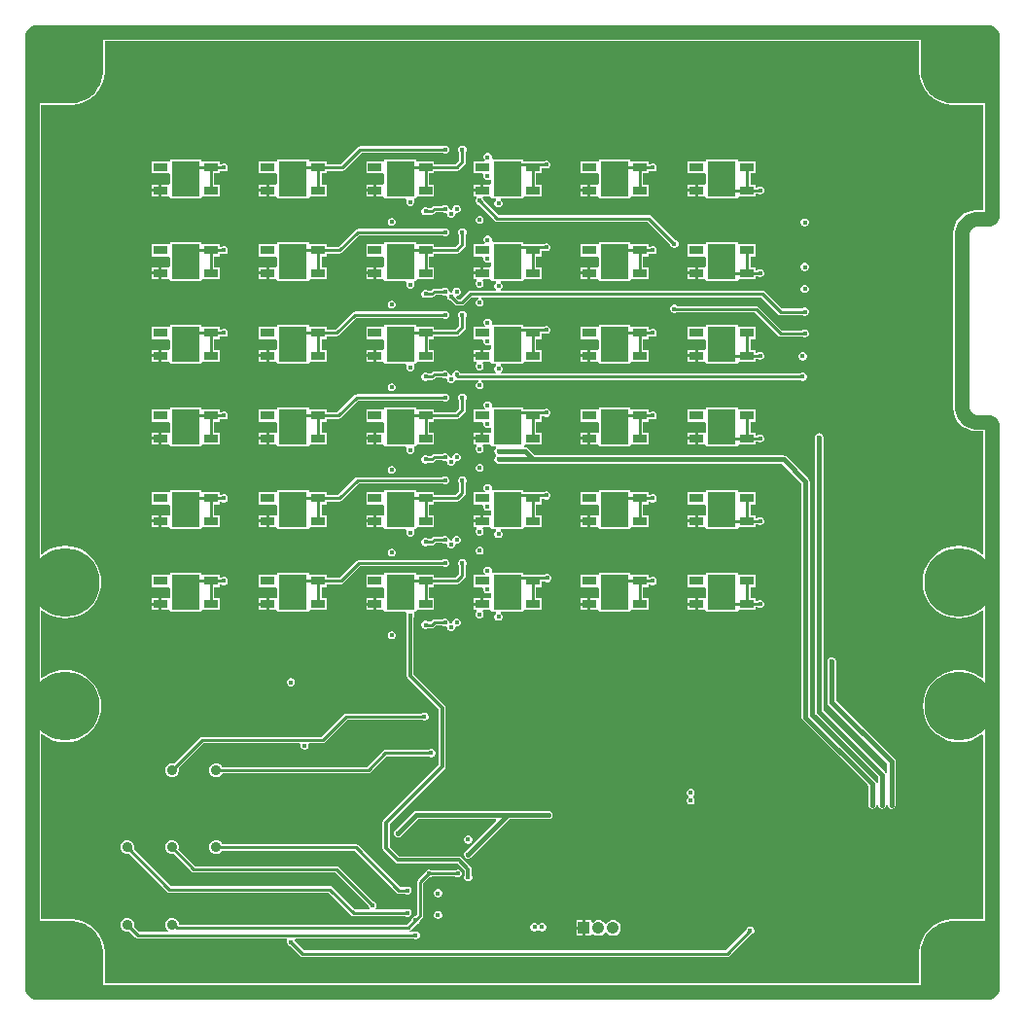
<source format=gbr>
G04*
G04 #@! TF.GenerationSoftware,Altium Limited,Altium Designer,24.1.2 (44)*
G04*
G04 Layer_Physical_Order=4*
G04 Layer_Color=16711680*
%FSLAX44Y44*%
%MOMM*%
G71*
G04*
G04 #@! TF.SameCoordinates,5BE5AD36-3FF4-4A78-A3BF-1A6130355080*
G04*
G04*
G04 #@! TF.FilePolarity,Positive*
G04*
G01*
G75*
%ADD20C,0.2540*%
%ADD42C,1.2700*%
%ADD66C,0.4000*%
%ADD67C,6.0000*%
%ADD68C,0.8000*%
%ADD69R,1.0500X1.0500*%
%ADD70C,1.0500*%
%ADD71C,0.4000*%
%ADD72C,0.9000*%
%ADD73C,0.3000*%
%ADD74R,1.1938X0.7620*%
%ADD75R,2.4892X3.0988*%
G36*
X843526Y781000D02*
X809293D01*
Y781000D01*
X807438Y781000D01*
X803761Y781484D01*
X800179Y782444D01*
X796752Y783863D01*
X793540Y785718D01*
X790598Y787975D01*
X787975Y790598D01*
X785718Y793540D01*
X783863Y796752D01*
X782444Y800179D01*
X781484Y803761D01*
X781000Y807438D01*
X781000Y809293D01*
X781000Y843526D01*
X843526D01*
Y781000D01*
D02*
G37*
G36*
X69000Y809293D02*
X69000D01*
X69000Y807438D01*
X68516Y803761D01*
X67556Y800179D01*
X66137Y796752D01*
X64282Y793540D01*
X62024Y790598D01*
X59402Y787975D01*
X56460Y785718D01*
X53248Y783863D01*
X49821Y782444D01*
X46239Y781484D01*
X42562Y781000D01*
X40707Y781000D01*
X6474Y781000D01*
Y843526D01*
X69000D01*
Y809293D01*
D02*
G37*
G36*
X779376D02*
X779376Y807438D01*
X779419Y807335D01*
X779390Y807226D01*
X779874Y803549D01*
X779930Y803452D01*
X779916Y803341D01*
X780876Y799759D01*
X780944Y799669D01*
Y799557D01*
X782363Y796131D01*
X782443Y796052D01*
X782457Y795940D01*
X784312Y792729D01*
X784401Y792660D01*
X784430Y792552D01*
X786687Y789610D01*
X786785Y789554D01*
X786827Y789450D01*
X789450Y786827D01*
X789554Y786785D01*
X789610Y786687D01*
X792552Y784430D01*
X792660Y784400D01*
X792729Y784312D01*
X795940Y782457D01*
X796052Y782443D01*
X796131Y782363D01*
X799557Y780944D01*
X799669D01*
X799759Y780876D01*
X803341Y779916D01*
X803452Y779930D01*
X803549Y779874D01*
X807226Y779390D01*
X807335Y779419D01*
X807438Y779376D01*
X809293Y779376D01*
X809293Y779376D01*
X835232D01*
Y687825D01*
X828860D01*
X828860Y687853D01*
X824998Y687472D01*
X821285Y686346D01*
X817862Y684517D01*
X814863Y682055D01*
X812401Y679055D01*
X810572Y675633D01*
X809445Y671919D01*
X809065Y668057D01*
X809092D01*
Y515497D01*
X809065D01*
X809445Y511635D01*
X810572Y507922D01*
X812401Y504499D01*
X814863Y501500D01*
X817862Y499038D01*
X821285Y497209D01*
X824998Y496082D01*
X828860Y495702D01*
X828860Y495729D01*
X835232D01*
Y388808D01*
X834079Y388276D01*
X832572Y389563D01*
X828345Y392154D01*
X823764Y394051D01*
X818943Y395208D01*
X814000Y395597D01*
X809057Y395208D01*
X804236Y394051D01*
X799655Y392154D01*
X795427Y389563D01*
X791657Y386343D01*
X788437Y382573D01*
X785846Y378345D01*
X783949Y373764D01*
X782792Y368943D01*
X782403Y364000D01*
X782792Y359057D01*
X783949Y354236D01*
X785846Y349655D01*
X788437Y345428D01*
X791657Y341657D01*
X795427Y338437D01*
X799655Y335846D01*
X804236Y333949D01*
X809057Y332792D01*
X814000Y332403D01*
X818943Y332792D01*
X823764Y333949D01*
X828345Y335846D01*
X832572Y338437D01*
X834079Y339724D01*
X835232Y339192D01*
Y281215D01*
X834079Y280683D01*
X833049Y281563D01*
X828822Y284153D01*
X824241Y286051D01*
X819420Y287208D01*
X814477Y287597D01*
X809534Y287208D01*
X804713Y286051D01*
X800132Y284153D01*
X795904Y281563D01*
X792134Y278343D01*
X788914Y274573D01*
X786323Y270345D01*
X784426Y265764D01*
X783269Y260943D01*
X782879Y256000D01*
X783269Y251057D01*
X784426Y246236D01*
X786323Y241655D01*
X788914Y237428D01*
X792134Y233657D01*
X795904Y230437D01*
X800132Y227847D01*
X804713Y225949D01*
X809534Y224792D01*
X814477Y224403D01*
X819420Y224792D01*
X824241Y225949D01*
X828822Y227847D01*
X833049Y230437D01*
X834079Y231317D01*
X835232Y230785D01*
Y70624D01*
X809293Y70624D01*
X807438Y70624D01*
X807335Y70581D01*
X807226Y70610D01*
X803549Y70126D01*
X803452Y70069D01*
X803341Y70084D01*
X799759Y69124D01*
X799669Y69056D01*
X799557D01*
X796131Y67637D01*
X796052Y67557D01*
X795940Y67543D01*
X792729Y65688D01*
X792660Y65599D01*
X792552Y65570D01*
X789610Y63313D01*
X789554Y63215D01*
X789450Y63173D01*
X786827Y60550D01*
X786785Y60447D01*
X786687Y60390D01*
X784430Y57448D01*
X784400Y57340D01*
X784312Y57271D01*
X782457Y54060D01*
X782443Y53948D01*
X782363Y53869D01*
X780944Y50443D01*
Y50331D01*
X780876Y50241D01*
X779916Y46659D01*
X779930Y46548D01*
X779874Y46451D01*
X779390Y42774D01*
X779419Y42665D01*
X779376Y42562D01*
X779376Y40707D01*
X779376Y40707D01*
Y14768D01*
X70624D01*
Y40707D01*
X70624Y40708D01*
X70624Y42562D01*
X70581Y42665D01*
X70610Y42774D01*
X70126Y46451D01*
X70069Y46548D01*
X70084Y46659D01*
X69124Y50241D01*
X69056Y50331D01*
Y50443D01*
X67637Y53869D01*
X67557Y53948D01*
X67543Y54060D01*
X65688Y57271D01*
X65599Y57340D01*
X65570Y57448D01*
X63313Y60390D01*
X63215Y60447D01*
X63173Y60550D01*
X60550Y63173D01*
X60447Y63215D01*
X60390Y63313D01*
X57448Y65570D01*
X57340Y65599D01*
X57271Y65688D01*
X54060Y67543D01*
X53948Y67557D01*
X53869Y67637D01*
X50443Y69056D01*
X50331D01*
X50241Y69124D01*
X46659Y70084D01*
X46548Y70069D01*
X46451Y70126D01*
X42774Y70610D01*
X42665Y70581D01*
X42562Y70624D01*
X40707Y70624D01*
X14768Y70624D01*
Y231192D01*
X15921Y231724D01*
X17428Y230437D01*
X21655Y227847D01*
X26236Y225949D01*
X31057Y224792D01*
X36000Y224403D01*
X40943Y224792D01*
X45764Y225949D01*
X50345Y227847D01*
X54573Y230437D01*
X58343Y233657D01*
X61563Y237428D01*
X64153Y241655D01*
X66051Y246236D01*
X67208Y251057D01*
X67597Y256000D01*
X67208Y260943D01*
X66051Y265764D01*
X64153Y270345D01*
X61563Y274573D01*
X58343Y278343D01*
X54573Y281563D01*
X50345Y284153D01*
X45764Y286051D01*
X40943Y287208D01*
X36000Y287597D01*
X31057Y287208D01*
X26236Y286051D01*
X21655Y284153D01*
X17428Y281563D01*
X15921Y280276D01*
X14768Y280808D01*
Y339192D01*
X15921Y339724D01*
X17428Y338437D01*
X21655Y335846D01*
X26236Y333949D01*
X31057Y332792D01*
X36000Y332403D01*
X40943Y332792D01*
X45764Y333949D01*
X50345Y335846D01*
X54573Y338437D01*
X58343Y341657D01*
X61563Y345428D01*
X64153Y349655D01*
X66051Y354236D01*
X67208Y359057D01*
X67597Y364000D01*
X67208Y368943D01*
X66051Y373764D01*
X64153Y378345D01*
X61563Y382573D01*
X58343Y386343D01*
X54573Y389563D01*
X50345Y392154D01*
X45764Y394051D01*
X40943Y395208D01*
X36000Y395597D01*
X31057Y395208D01*
X26236Y394051D01*
X21655Y392154D01*
X17428Y389563D01*
X15921Y388276D01*
X14768Y388808D01*
Y779376D01*
X40707Y779376D01*
X42562Y779376D01*
X42665Y779419D01*
X42774Y779390D01*
X46451Y779874D01*
X46548Y779930D01*
X46659Y779916D01*
X50241Y780876D01*
X50331Y780944D01*
X50443D01*
X53869Y782363D01*
X53948Y782443D01*
X54060Y782457D01*
X57271Y784312D01*
X57340Y784401D01*
X57448Y784430D01*
X60390Y786687D01*
X60447Y786785D01*
X60550Y786827D01*
X63173Y789450D01*
X63215Y789554D01*
X63313Y789610D01*
X65570Y792552D01*
X65599Y792660D01*
X65688Y792729D01*
X67543Y795940D01*
X67557Y796052D01*
X67637Y796131D01*
X69056Y799557D01*
Y799669D01*
X69124Y799759D01*
X70084Y803341D01*
X70069Y803452D01*
X70126Y803549D01*
X70610Y807226D01*
X70581Y807335D01*
X70624Y807438D01*
X70624Y809292D01*
X70624Y809293D01*
Y835232D01*
X779376D01*
X779376Y809293D01*
D02*
G37*
G36*
X843526Y6474D02*
X781000D01*
Y40707D01*
X781000Y40707D01*
X781000Y40707D01*
X781000Y42562D01*
X781484Y46239D01*
X782444Y49821D01*
X783863Y53248D01*
X785718Y56460D01*
X787975Y59402D01*
X790598Y62024D01*
X793540Y64282D01*
X796752Y66137D01*
X800179Y67556D01*
X803761Y68516D01*
X807438Y69000D01*
X809293Y69000D01*
X843526Y69000D01*
Y6474D01*
D02*
G37*
G36*
X40707Y69000D02*
X42562Y69000D01*
X46239Y68516D01*
X49821Y67556D01*
X53248Y66137D01*
X56460Y64282D01*
X59402Y62024D01*
X62024Y59402D01*
X64282Y56460D01*
X66137Y53248D01*
X67556Y49821D01*
X68516Y46239D01*
X69000Y42562D01*
X69000Y40707D01*
X69000D01*
X69000Y40707D01*
Y6474D01*
X6474D01*
Y69000D01*
X40707Y69000D01*
D02*
G37*
%LPC*%
G36*
X823842Y840620D02*
X821845Y840620D01*
X822542Y838937D01*
X820195Y837965D01*
X819498Y839648D01*
X818085Y838235D01*
X817248Y836214D01*
X817248Y834216D01*
X818931Y834913D01*
X819903Y832567D01*
X818220Y831870D01*
X819633Y830457D01*
X821654Y829620D01*
X823652Y829620D01*
X822955Y831302D01*
X825301Y832274D01*
X825998Y830592D01*
X827411Y832004D01*
X828248Y834026D01*
X828248Y836023D01*
X826566Y835327D01*
X825594Y837673D01*
X827276Y838370D01*
X825864Y839782D01*
X823842Y840620D01*
D02*
G37*
G36*
X804158Y840620D02*
X802136Y839783D01*
X800724Y838370D01*
X802406Y837673D01*
X801434Y835327D01*
X799752Y836023D01*
X799752Y834026D01*
X800589Y832004D01*
X802002Y830592D01*
X802699Y832274D01*
X805045Y831302D01*
X804348Y829620D01*
X806346Y829620D01*
X808367Y830457D01*
X809780Y831870D01*
X808097Y832567D01*
X809069Y834913D01*
X810752Y834216D01*
X810752Y836214D01*
X809914Y838235D01*
X808502Y839648D01*
X807805Y837965D01*
X805459Y838937D01*
X806155Y840620D01*
X804158Y840620D01*
D02*
G37*
G36*
X793974Y828248D02*
X791977Y828248D01*
X792673Y826566D01*
X790327Y825594D01*
X789630Y827276D01*
X788217Y825864D01*
X787380Y823842D01*
X787380Y821845D01*
X789063Y822542D01*
X790035Y820195D01*
X788352Y819498D01*
X789765Y818085D01*
X791786Y817248D01*
X793784Y817248D01*
X793087Y818931D01*
X795433Y819903D01*
X796130Y818220D01*
X797543Y819633D01*
X798380Y821654D01*
X798380Y823652D01*
X796698Y822955D01*
X795726Y825301D01*
X797408Y825998D01*
X795996Y827411D01*
X793974Y828248D01*
D02*
G37*
G36*
X834026D02*
X832004Y827411D01*
X830592Y825998D01*
X832274Y825301D01*
X831302Y822955D01*
X829620Y823652D01*
X829620Y821654D01*
X830457Y819633D01*
X831870Y818220D01*
X832567Y819903D01*
X834913Y818931D01*
X834216Y817248D01*
X836214Y817248D01*
X838235Y818085D01*
X839648Y819498D01*
X837965Y820195D01*
X838937Y822542D01*
X840620Y821845D01*
X840620Y823842D01*
X839783Y825864D01*
X838370Y827276D01*
X837673Y825594D01*
X835327Y826566D01*
X836023Y828248D01*
X834026Y828248D01*
D02*
G37*
G36*
X836214Y810752D02*
X834216Y810752D01*
X834913Y809069D01*
X832567Y808097D01*
X831870Y809780D01*
X830457Y808367D01*
X829620Y806346D01*
X829620Y804348D01*
X831302Y805045D01*
X832274Y802699D01*
X830592Y802002D01*
X832004Y800589D01*
X834026Y799752D01*
X836023Y799752D01*
X835327Y801434D01*
X837673Y802406D01*
X838370Y800724D01*
X839782Y802136D01*
X840620Y804158D01*
X840620Y806155D01*
X838937Y805459D01*
X837965Y807805D01*
X839648Y808502D01*
X838235Y809914D01*
X836214Y810752D01*
D02*
G37*
G36*
X791786D02*
X789765Y809914D01*
X788352Y808502D01*
X790035Y807805D01*
X789063Y805459D01*
X787380Y806155D01*
X787380Y804158D01*
X788217Y802136D01*
X789630Y800724D01*
X790327Y802406D01*
X792673Y801434D01*
X791977Y799752D01*
X793974Y799752D01*
X795996Y800589D01*
X797408Y802002D01*
X795726Y802699D01*
X796698Y805045D01*
X798380Y804348D01*
X798380Y806346D01*
X797543Y808367D01*
X796130Y809780D01*
X795433Y808097D01*
X793087Y809069D01*
X793784Y810752D01*
X791786Y810752D01*
D02*
G37*
G36*
X806346Y798380D02*
X804348Y798380D01*
X805045Y796698D01*
X802699Y795726D01*
X802002Y797408D01*
X800589Y795996D01*
X799752Y793974D01*
X799752Y791977D01*
X801434Y792673D01*
X802406Y790327D01*
X800724Y789630D01*
X802136Y788217D01*
X804158Y787380D01*
X806155Y787380D01*
X805459Y789063D01*
X807805Y790035D01*
X808502Y788352D01*
X809914Y789765D01*
X810752Y791786D01*
X810752Y793784D01*
X809069Y793087D01*
X808097Y795433D01*
X809780Y796130D01*
X808367Y797543D01*
X806346Y798380D01*
D02*
G37*
G36*
X821654Y798380D02*
X819633Y797543D01*
X818220Y796130D01*
X819903Y795433D01*
X818931Y793087D01*
X817248Y793784D01*
X817248Y791786D01*
X818085Y789765D01*
X819498Y788352D01*
X820195Y790035D01*
X822542Y789063D01*
X821845Y787380D01*
X823842Y787380D01*
X825864Y788217D01*
X827276Y789630D01*
X825594Y790327D01*
X826566Y792673D01*
X828248Y791977D01*
X828248Y793974D01*
X827411Y795996D01*
X825998Y797408D01*
X825301Y795726D01*
X822955Y796698D01*
X823652Y798380D01*
X821654Y798380D01*
D02*
G37*
G36*
X45842Y840620D02*
X43845Y840620D01*
X44542Y838937D01*
X42195Y837965D01*
X41498Y839648D01*
X40086Y838235D01*
X39248Y836214D01*
X39248Y834216D01*
X40931Y834913D01*
X41903Y832567D01*
X40220Y831870D01*
X41633Y830457D01*
X43654Y829620D01*
X45652Y829620D01*
X44955Y831302D01*
X47301Y832274D01*
X47998Y830592D01*
X49411Y832004D01*
X50248Y834026D01*
X50248Y836023D01*
X48566Y835327D01*
X47594Y837673D01*
X49276Y838370D01*
X47864Y839782D01*
X45842Y840620D01*
D02*
G37*
G36*
X26158Y840620D02*
X24136Y839783D01*
X22724Y838370D01*
X24406Y837673D01*
X23434Y835327D01*
X21752Y836023D01*
X21752Y834026D01*
X22589Y832004D01*
X24002Y830592D01*
X24699Y832274D01*
X27045Y831302D01*
X26348Y829620D01*
X28346Y829620D01*
X30367Y830457D01*
X31780Y831870D01*
X30097Y832567D01*
X31069Y834913D01*
X32752Y834216D01*
X32752Y836214D01*
X31915Y838235D01*
X30502Y839648D01*
X29805Y837965D01*
X27459Y838937D01*
X28155Y840620D01*
X26158Y840620D01*
D02*
G37*
G36*
X15974Y828248D02*
X13977Y828248D01*
X14674Y826566D01*
X12327Y825594D01*
X11630Y827276D01*
X10217Y825864D01*
X9380Y823842D01*
X9380Y821845D01*
X11063Y822542D01*
X12035Y820195D01*
X10352Y819498D01*
X11765Y818085D01*
X13786Y817248D01*
X15784Y817248D01*
X15087Y818931D01*
X17433Y819903D01*
X18130Y818220D01*
X19543Y819633D01*
X20380Y821654D01*
X20380Y823652D01*
X18698Y822955D01*
X17726Y825301D01*
X19408Y825998D01*
X17996Y827411D01*
X15974Y828248D01*
D02*
G37*
G36*
X56026D02*
X54004Y827411D01*
X52592Y825998D01*
X54274Y825301D01*
X53302Y822955D01*
X51620Y823652D01*
X51620Y821654D01*
X52457Y819633D01*
X53870Y818220D01*
X54567Y819903D01*
X56913Y818931D01*
X56216Y817248D01*
X58214Y817248D01*
X60235Y818085D01*
X61648Y819498D01*
X59965Y820195D01*
X60937Y822542D01*
X62620Y821845D01*
X62620Y823842D01*
X61783Y825864D01*
X60370Y827276D01*
X59673Y825594D01*
X57326Y826566D01*
X58023Y828248D01*
X56026Y828248D01*
D02*
G37*
G36*
X58214Y810752D02*
X56216Y810752D01*
X56913Y809069D01*
X54567Y808097D01*
X53870Y809780D01*
X52457Y808367D01*
X51620Y806346D01*
X51620Y804348D01*
X53302Y805045D01*
X54274Y802699D01*
X52592Y802002D01*
X54004Y800589D01*
X56026Y799752D01*
X58023Y799752D01*
X57326Y801434D01*
X59673Y802406D01*
X60370Y800724D01*
X61783Y802136D01*
X62620Y804158D01*
X62620Y806155D01*
X60937Y805459D01*
X59965Y807805D01*
X61648Y808502D01*
X60235Y809914D01*
X58214Y810752D01*
D02*
G37*
G36*
X13786D02*
X11765Y809914D01*
X10352Y808502D01*
X12035Y807805D01*
X11063Y805459D01*
X9380Y806155D01*
X9380Y804158D01*
X10217Y802136D01*
X11630Y800724D01*
X12327Y802406D01*
X14674Y801434D01*
X13977Y799752D01*
X15974Y799752D01*
X17996Y800589D01*
X19408Y802002D01*
X17726Y802699D01*
X18698Y805045D01*
X20380Y804348D01*
X20380Y806346D01*
X19543Y808367D01*
X18130Y809780D01*
X17433Y808097D01*
X15087Y809069D01*
X15784Y810752D01*
X13786Y810752D01*
D02*
G37*
G36*
X28346Y798380D02*
X26348Y798380D01*
X27045Y796698D01*
X24699Y795726D01*
X24002Y797408D01*
X22589Y795996D01*
X21752Y793974D01*
X21752Y791977D01*
X23434Y792673D01*
X24406Y790327D01*
X22724Y789630D01*
X24136Y788217D01*
X26158Y787380D01*
X28155Y787380D01*
X27459Y789063D01*
X29805Y790035D01*
X30502Y788352D01*
X31915Y789765D01*
X32752Y791786D01*
X32752Y793784D01*
X31069Y793087D01*
X30097Y795433D01*
X31780Y796130D01*
X30367Y797543D01*
X28346Y798380D01*
D02*
G37*
G36*
X43654Y798380D02*
X41633Y797543D01*
X40220Y796130D01*
X41903Y795433D01*
X40931Y793087D01*
X39248Y793784D01*
X39248Y791786D01*
X40086Y789765D01*
X41498Y788352D01*
X42195Y790035D01*
X44542Y789063D01*
X43845Y787380D01*
X45842Y787380D01*
X47864Y788217D01*
X49276Y789630D01*
X47594Y790327D01*
X48566Y792673D01*
X50248Y791977D01*
X50248Y793974D01*
X49411Y795996D01*
X47998Y797408D01*
X47301Y795726D01*
X44955Y796698D01*
X45652Y798380D01*
X43654Y798380D01*
D02*
G37*
G36*
X367546Y744184D02*
X366154D01*
X364867Y743651D01*
X364725Y743508D01*
X292940D01*
X292940Y743508D01*
X291859Y743293D01*
X290943Y742681D01*
X290943Y742681D01*
X276086Y727824D01*
X263907D01*
Y730310D01*
X248969D01*
X248286Y731297D01*
Y731994D01*
X220394D01*
Y731297D01*
X219711Y730310D01*
X219124Y730310D01*
X204773D01*
Y719690D01*
X219124D01*
X219711Y719690D01*
X220394Y718703D01*
Y711297D01*
X219711Y710310D01*
X219124Y710310D01*
X213512D01*
Y708622D01*
X210972D01*
Y710310D01*
X204773D01*
Y706270D01*
X206461D01*
Y703730D01*
X204773D01*
Y699690D01*
X210972D01*
Y701377D01*
X213512D01*
Y699690D01*
X219124D01*
X219711Y699690D01*
X220394Y698703D01*
Y698006D01*
X248286D01*
Y698703D01*
X248969Y699690D01*
X263907D01*
Y710310D01*
X259262D01*
Y719690D01*
X263907D01*
Y722176D01*
X277256D01*
X277256Y722176D01*
X278337Y722391D01*
X279253Y723003D01*
X294110Y737860D01*
X364725D01*
X364867Y737717D01*
X366154Y737184D01*
X367546D01*
X368833Y737717D01*
X369817Y738701D01*
X370350Y739988D01*
Y741380D01*
X369817Y742667D01*
X368833Y743651D01*
X367546Y744184D01*
D02*
G37*
G36*
X382546D02*
X381154D01*
X379868Y743651D01*
X378883Y742667D01*
X378350Y741380D01*
Y739988D01*
X378883Y738701D01*
X379026Y738559D01*
Y731117D01*
X375733Y727824D01*
X357247D01*
Y730310D01*
X342309D01*
X341626Y731297D01*
Y731994D01*
X313734D01*
Y731297D01*
X313051Y730310D01*
X312464Y730310D01*
X298113D01*
Y719690D01*
X312464D01*
X313051Y719690D01*
X313734Y718703D01*
Y711297D01*
X313051Y710310D01*
X312464Y710310D01*
X306852D01*
Y708622D01*
X304312D01*
Y710310D01*
X298113D01*
Y706270D01*
X299801D01*
Y703730D01*
X298113D01*
Y699690D01*
X304312D01*
Y701377D01*
X306852D01*
Y699690D01*
X312464D01*
X313051Y699690D01*
X313734Y698703D01*
Y698006D01*
X332720D01*
X333028Y697597D01*
X333390Y696736D01*
X332960Y695696D01*
Y694304D01*
X333493Y693017D01*
X334477Y692033D01*
X335764Y691500D01*
X337156D01*
X338442Y692033D01*
X339427Y693017D01*
X339960Y694304D01*
Y695696D01*
X339529Y696736D01*
X339891Y697597D01*
X340200Y698006D01*
X341626D01*
Y698703D01*
X342309Y699690D01*
X357247D01*
Y710310D01*
X352602D01*
Y719690D01*
X357247D01*
Y722176D01*
X376903D01*
X376903Y722176D01*
X377984Y722391D01*
X378900Y723003D01*
X383847Y727950D01*
X384459Y728866D01*
X384674Y729947D01*
X384674Y729947D01*
Y738559D01*
X384817Y738701D01*
X385350Y739988D01*
Y741380D01*
X384817Y742667D01*
X383833Y743651D01*
X382546Y744184D01*
D02*
G37*
G36*
X404556Y737524D02*
X403164D01*
X401877Y736991D01*
X400893Y736007D01*
X400360Y734720D01*
Y733328D01*
X400893Y732041D01*
X401354Y731580D01*
X400828Y730310D01*
X391453D01*
Y719690D01*
X399583D01*
X400432Y718420D01*
X400360Y718246D01*
Y716854D01*
X400893Y715567D01*
X401877Y714583D01*
X403164Y714050D01*
X404556D01*
X405843Y714583D01*
X407074Y714018D01*
Y711297D01*
X406391Y710310D01*
X405804Y710310D01*
X400192D01*
Y708622D01*
X397652D01*
Y710310D01*
X391453D01*
Y706270D01*
X393141D01*
Y703730D01*
X391453D01*
Y699690D01*
X393884D01*
X394410Y698420D01*
X393949Y697959D01*
X393416Y696672D01*
Y695280D01*
X393949Y693993D01*
X394933Y693009D01*
X396220Y692476D01*
X396422D01*
X410175Y678723D01*
X410175Y678723D01*
X411091Y678111D01*
X412172Y677896D01*
X543024D01*
X562920Y658000D01*
Y657798D01*
X563453Y656511D01*
X564437Y655527D01*
X565724Y654994D01*
X567116D01*
X568403Y655527D01*
X569387Y656511D01*
X569920Y657798D01*
Y659190D01*
X569387Y660477D01*
X568403Y661461D01*
X567116Y661994D01*
X566914D01*
X546191Y682717D01*
X545275Y683329D01*
X544194Y683544D01*
X544194Y683544D01*
X413342D01*
X400416Y696470D01*
Y696672D01*
X399883Y697959D01*
X399422Y698420D01*
X399948Y699690D01*
X405804D01*
X406391Y699690D01*
X407074Y698703D01*
Y698006D01*
X410963D01*
X411239Y696839D01*
X411241Y696736D01*
X410275Y695770D01*
X409742Y694483D01*
Y693091D01*
X410275Y691804D01*
X411259Y690820D01*
X412545Y690287D01*
X413938D01*
X415224Y690820D01*
X416209Y691804D01*
X416742Y693091D01*
Y694483D01*
X416209Y695770D01*
X415242Y696736D01*
X415244Y696839D01*
X415521Y698006D01*
X434966D01*
Y698703D01*
X435649Y699690D01*
X450587D01*
Y710310D01*
X445942D01*
Y719690D01*
X450587D01*
Y724676D01*
X452874D01*
X453016Y724533D01*
X454303Y724000D01*
X455695D01*
X456982Y724533D01*
X457966Y725517D01*
X458499Y726804D01*
Y728196D01*
X457966Y729483D01*
X456982Y730467D01*
X455695Y731000D01*
X454303D01*
X453016Y730467D01*
X452874Y730324D01*
X445618D01*
X445618Y730324D01*
X445618Y730324D01*
X434966D01*
Y731994D01*
X408182D01*
X407333Y733264D01*
X407360Y733328D01*
Y734720D01*
X406827Y736007D01*
X405843Y736991D01*
X404556Y737524D01*
D02*
G37*
G36*
X528306Y731994D02*
X500414D01*
Y731297D01*
X499731Y730310D01*
X499144Y730310D01*
X484793D01*
Y719690D01*
X499144D01*
X499731Y719690D01*
X500414Y718703D01*
Y711297D01*
X499731Y710310D01*
X499144Y710310D01*
X493532D01*
Y708622D01*
X490992D01*
Y710310D01*
X484793D01*
Y706270D01*
X486481D01*
Y703730D01*
X484793D01*
Y699690D01*
X490992D01*
Y701377D01*
X493532D01*
Y699690D01*
X499144D01*
X499731Y699690D01*
X500414Y698703D01*
Y698006D01*
X528306D01*
Y698703D01*
X528989Y699690D01*
X543927D01*
Y710310D01*
X539282D01*
Y719690D01*
X543927D01*
Y722176D01*
X545499D01*
X545641Y722033D01*
X546928Y721500D01*
X548320D01*
X549607Y722033D01*
X550591Y723017D01*
X551124Y724304D01*
Y725696D01*
X550591Y726982D01*
X549607Y727967D01*
X548320Y728500D01*
X546928D01*
X545641Y727967D01*
X545499Y727824D01*
X543927D01*
Y730310D01*
X528989D01*
X528306Y731297D01*
Y731994D01*
D02*
G37*
G36*
X154946D02*
X127054D01*
Y731297D01*
X126371Y730310D01*
X125784Y730310D01*
X111433D01*
Y719690D01*
X125784D01*
X126371Y719690D01*
X127054Y718703D01*
Y711297D01*
X126371Y710310D01*
X125784Y710310D01*
X120172D01*
Y708622D01*
X117632D01*
Y710310D01*
X111433D01*
Y706270D01*
X113121D01*
Y703730D01*
X111433D01*
Y699690D01*
X117632D01*
Y701377D01*
X120172D01*
Y699690D01*
X125784D01*
X126371Y699690D01*
X127054Y698703D01*
Y698006D01*
X154946D01*
Y698703D01*
X155629Y699690D01*
X170567D01*
Y710310D01*
X165922D01*
Y719690D01*
X170567D01*
Y722176D01*
X172139D01*
X172281Y722033D01*
X173568Y721500D01*
X174960D01*
X176247Y722033D01*
X177231Y723017D01*
X177764Y724304D01*
Y725696D01*
X177231Y726982D01*
X176247Y727967D01*
X174960Y728500D01*
X173568D01*
X172281Y727967D01*
X172139Y727824D01*
X170567D01*
Y730310D01*
X155629D01*
X154946Y731297D01*
Y731994D01*
D02*
G37*
G36*
X621646D02*
X593754D01*
Y731297D01*
X593071Y730310D01*
X592484Y730310D01*
X578133D01*
Y719690D01*
X592484D01*
X593071Y719690D01*
X593754Y718703D01*
Y711297D01*
X593071Y710310D01*
X592484Y710310D01*
X586872D01*
Y708622D01*
X584332D01*
Y710310D01*
X578133D01*
Y706270D01*
X579821D01*
Y703730D01*
X578133D01*
Y699690D01*
X584332D01*
Y701377D01*
X586872D01*
Y699690D01*
X592484D01*
X593071Y699690D01*
X593754Y698703D01*
Y698006D01*
X621646D01*
Y698703D01*
X622329Y699690D01*
X637267D01*
Y702176D01*
X638839D01*
X638981Y702033D01*
X640268Y701500D01*
X641660D01*
X642947Y702033D01*
X643931Y703017D01*
X644464Y704304D01*
Y705696D01*
X643931Y706982D01*
X642947Y707967D01*
X641660Y708500D01*
X640268D01*
X638981Y707967D01*
X638839Y707824D01*
X637267D01*
Y710310D01*
X632622D01*
Y719690D01*
X637267D01*
Y730310D01*
X622329D01*
X621646Y731297D01*
Y731994D01*
D02*
G37*
G36*
X377546Y692310D02*
X376154D01*
X374867Y691777D01*
X373883Y690793D01*
X373350Y689506D01*
Y689352D01*
X372546Y688310D01*
X371154D01*
X370350Y689352D01*
Y689506D01*
X369817Y690793D01*
X368833Y691777D01*
X367546Y692310D01*
X366154D01*
X364867Y691777D01*
X364726Y691636D01*
X357337D01*
X357337Y691636D01*
X356256Y691421D01*
X355340Y690809D01*
X354171Y689640D01*
X351902D01*
X351761Y689781D01*
X350474Y690314D01*
X349082D01*
X347795Y689781D01*
X346811Y688797D01*
X346278Y687511D01*
Y686118D01*
X346811Y684832D01*
X347795Y683847D01*
X349082Y683314D01*
X350474D01*
X351761Y683847D01*
X351905Y683992D01*
X355341D01*
X355341Y683992D01*
X356422Y684207D01*
X357338Y684819D01*
X358507Y685987D01*
X364723D01*
X364867Y685843D01*
X366154Y685310D01*
X367546D01*
X368350Y684268D01*
Y684114D01*
X368883Y682827D01*
X369868Y681843D01*
X371154Y681310D01*
X372546D01*
X373833Y681843D01*
X374817Y682827D01*
X375350Y684114D01*
Y684268D01*
X376154Y685310D01*
X377546D01*
X378833Y685843D01*
X379817Y686827D01*
X380350Y688114D01*
Y689506D01*
X379817Y690793D01*
X378833Y691777D01*
X377546Y692310D01*
D02*
G37*
G36*
X397612Y682950D02*
X396220D01*
X394933Y682417D01*
X393949Y681433D01*
X393416Y680146D01*
Y678754D01*
X393949Y677467D01*
X394933Y676483D01*
X396220Y675950D01*
X397612D01*
X398899Y676483D01*
X399883Y677467D01*
X400416Y678754D01*
Y680146D01*
X399883Y681433D01*
X398899Y682417D01*
X397612Y682950D01*
D02*
G37*
G36*
X321155Y681252D02*
X319762D01*
X318476Y680719D01*
X317491Y679734D01*
X316959Y678448D01*
Y677055D01*
X317491Y675769D01*
X318476Y674784D01*
X319762Y674252D01*
X321155D01*
X322441Y674784D01*
X323426Y675769D01*
X323959Y677055D01*
Y678448D01*
X323426Y679734D01*
X322441Y680719D01*
X321155Y681252D01*
D02*
G37*
G36*
X680680Y680711D02*
X679288D01*
X678001Y680179D01*
X677017Y679194D01*
X676484Y677908D01*
Y676515D01*
X677017Y675229D01*
X678001Y674244D01*
X679288Y673711D01*
X680680D01*
X681967Y674244D01*
X682951Y675229D01*
X683484Y676515D01*
Y677908D01*
X682951Y679194D01*
X681967Y680179D01*
X680680Y680711D01*
D02*
G37*
G36*
X367546Y672184D02*
X366154D01*
X364867Y671651D01*
X364725Y671508D01*
X290739D01*
X290739Y671508D01*
X289658Y671293D01*
X288742Y670681D01*
X288742Y670681D01*
X273885Y655824D01*
X263907D01*
Y658310D01*
X248969D01*
X248286Y659297D01*
Y659994D01*
X220394D01*
Y659297D01*
X219711Y658310D01*
X219124Y658310D01*
X204773D01*
Y647690D01*
X219124D01*
X219711Y647690D01*
X220394Y646703D01*
Y639297D01*
X219711Y638310D01*
X219124Y638310D01*
X213512D01*
Y636622D01*
X210972D01*
Y638310D01*
X204773D01*
Y634270D01*
X206461D01*
Y631730D01*
X204773D01*
Y627690D01*
X210972D01*
Y629378D01*
X213512D01*
Y627690D01*
X219124D01*
X219711Y627690D01*
X220394Y626703D01*
Y626006D01*
X248286D01*
Y626703D01*
X248969Y627690D01*
X263907D01*
Y638310D01*
X259262D01*
Y647690D01*
X263907D01*
Y650176D01*
X275055D01*
X275055Y650176D01*
X276136Y650391D01*
X277052Y651003D01*
X291909Y665860D01*
X364725D01*
X364867Y665717D01*
X366154Y665184D01*
X367546D01*
X368833Y665717D01*
X369817Y666701D01*
X370350Y667988D01*
Y669380D01*
X369817Y670667D01*
X368833Y671651D01*
X367546Y672184D01*
D02*
G37*
G36*
X382546D02*
X381154D01*
X379868Y671651D01*
X378883Y670667D01*
X378350Y669380D01*
Y667988D01*
X378883Y666701D01*
X379026Y666559D01*
Y659117D01*
X375733Y655824D01*
X357247D01*
Y658310D01*
X342309D01*
X341626Y659297D01*
Y659994D01*
X313734D01*
Y659297D01*
X313051Y658310D01*
X312464Y658310D01*
X298113D01*
Y647690D01*
X312464D01*
X313051Y647690D01*
X313734Y646703D01*
Y639297D01*
X313051Y638310D01*
X312464Y638310D01*
X306852D01*
Y636622D01*
X304312D01*
Y638310D01*
X298113D01*
Y634270D01*
X299801D01*
Y631730D01*
X298113D01*
Y627690D01*
X304312D01*
Y629378D01*
X306852D01*
Y627690D01*
X312464D01*
X313051Y627690D01*
X313734Y626703D01*
Y626006D01*
X332720D01*
X333028Y625597D01*
X333390Y624736D01*
X332960Y623696D01*
Y622304D01*
X333493Y621017D01*
X334477Y620033D01*
X335764Y619500D01*
X337156D01*
X338442Y620033D01*
X339427Y621017D01*
X339960Y622304D01*
Y623696D01*
X339529Y624736D01*
X339891Y625597D01*
X340200Y626006D01*
X341626D01*
Y626703D01*
X342309Y627690D01*
X357247D01*
Y638310D01*
X352602D01*
Y647690D01*
X357247D01*
Y650176D01*
X376903D01*
X376903Y650176D01*
X377984Y650391D01*
X378900Y651003D01*
X383847Y655950D01*
X384459Y656867D01*
X384674Y657947D01*
X384674Y657947D01*
Y666559D01*
X384817Y666701D01*
X385350Y667988D01*
Y669380D01*
X384817Y670667D01*
X383833Y671651D01*
X382546Y672184D01*
D02*
G37*
G36*
X404556Y665524D02*
X403164D01*
X401877Y664991D01*
X400893Y664007D01*
X400360Y662720D01*
Y661328D01*
X400893Y660041D01*
X401354Y659580D01*
X400828Y658310D01*
X391453D01*
Y647690D01*
X399583D01*
X400432Y646420D01*
X400360Y646246D01*
Y644854D01*
X400893Y643567D01*
X401877Y642583D01*
X403164Y642050D01*
X404556D01*
X405843Y642583D01*
X407074Y642018D01*
Y639297D01*
X406391Y638310D01*
X405804Y638310D01*
X400192D01*
Y636622D01*
X397652D01*
Y638310D01*
X391453D01*
Y634270D01*
X393141D01*
Y631730D01*
X391453D01*
Y627690D01*
X393884D01*
X394410Y626420D01*
X393949Y625959D01*
X393416Y624672D01*
Y623280D01*
X393949Y621993D01*
X394933Y621009D01*
X396220Y620476D01*
X397612D01*
X398899Y621009D01*
X399883Y621993D01*
X400416Y623280D01*
Y624672D01*
X399883Y625959D01*
X399422Y626420D01*
X399948Y627690D01*
X405804D01*
X406391Y627690D01*
X407074Y626703D01*
Y626006D01*
X410963D01*
X411239Y624840D01*
X411241Y624736D01*
X410275Y623769D01*
X409742Y622483D01*
Y621091D01*
X410275Y619804D01*
X411169Y618910D01*
X411126Y618486D01*
X410788Y617640D01*
X388821D01*
X388821Y617640D01*
X387740Y617425D01*
X386824Y616813D01*
X380285Y610274D01*
X378380D01*
X376614Y612040D01*
X377140Y613310D01*
X377546D01*
X378833Y613843D01*
X379817Y614827D01*
X380350Y616114D01*
Y617506D01*
X379817Y618793D01*
X378833Y619777D01*
X377546Y620310D01*
X376154D01*
X374868Y619777D01*
X373883Y618793D01*
X373350Y617506D01*
Y617352D01*
X372546Y616310D01*
X371154D01*
X370350Y617352D01*
Y617506D01*
X369817Y618793D01*
X368833Y619777D01*
X367546Y620310D01*
X366154D01*
X364868Y619777D01*
X364726Y619636D01*
X357337D01*
X357337Y619636D01*
X356256Y619421D01*
X355340Y618809D01*
X354171Y617640D01*
X351902D01*
X351761Y617782D01*
X350474Y618314D01*
X349082D01*
X347795Y617782D01*
X346811Y616797D01*
X346278Y615511D01*
Y614118D01*
X346811Y612832D01*
X347795Y611847D01*
X349082Y611314D01*
X350474D01*
X351761Y611847D01*
X351905Y611992D01*
X355341D01*
X355341Y611992D01*
X356422Y612207D01*
X357338Y612819D01*
X358507Y613987D01*
X364723D01*
X364868Y613843D01*
X366154Y613310D01*
X367546D01*
X368350Y612268D01*
Y612114D01*
X368883Y610827D01*
X369868Y609843D01*
X371154Y609310D01*
X371356D01*
X375213Y605453D01*
X376129Y604841D01*
X377210Y604626D01*
X377210Y604626D01*
X381455D01*
X381455Y604626D01*
X382536Y604841D01*
X383452Y605453D01*
X389991Y611992D01*
X395416D01*
X395669Y610722D01*
X394933Y610417D01*
X393949Y609433D01*
X393416Y608146D01*
Y606754D01*
X393949Y605467D01*
X394933Y604483D01*
X396220Y603950D01*
X397612D01*
X398899Y604483D01*
X399883Y605467D01*
X400416Y606754D01*
Y608146D01*
X399883Y609433D01*
X398899Y610417D01*
X398163Y610722D01*
X398416Y611992D01*
X642262D01*
X656823Y597431D01*
X656823Y597431D01*
X657739Y596819D01*
X658820Y596604D01*
X677859D01*
X678001Y596461D01*
X679288Y595928D01*
X680680D01*
X681967Y596461D01*
X682951Y597445D01*
X683484Y598732D01*
Y600124D01*
X682951Y601410D01*
X681967Y602395D01*
X680680Y602928D01*
X679288D01*
X678001Y602395D01*
X677859Y602252D01*
X659990D01*
X645429Y616813D01*
X644512Y617425D01*
X643432Y617640D01*
X643432Y617640D01*
X415695D01*
X415358Y618486D01*
X415315Y618910D01*
X416209Y619804D01*
X416742Y621091D01*
Y622483D01*
X416209Y623769D01*
X415242Y624736D01*
X415244Y624840D01*
X415521Y626006D01*
X434966D01*
Y626703D01*
X435649Y627690D01*
X450587D01*
Y638310D01*
X445942D01*
Y647690D01*
X450587D01*
Y652676D01*
X452874D01*
X453016Y652533D01*
X454303Y652000D01*
X455695D01*
X456982Y652533D01*
X457966Y653517D01*
X458499Y654804D01*
Y656196D01*
X457966Y657483D01*
X456982Y658467D01*
X455695Y659000D01*
X454303D01*
X453016Y658467D01*
X452874Y658324D01*
X434966D01*
Y659994D01*
X408182D01*
X407334Y661264D01*
X407360Y661328D01*
Y662720D01*
X406827Y664007D01*
X405843Y664991D01*
X404556Y665524D01*
D02*
G37*
G36*
X528306Y659994D02*
X500414D01*
Y659297D01*
X499731Y658310D01*
X499144Y658310D01*
X484793D01*
Y647690D01*
X499144D01*
X499731Y647690D01*
X500414Y646703D01*
Y639297D01*
X499731Y638310D01*
X499144Y638310D01*
X493532D01*
Y636622D01*
X490992D01*
Y638310D01*
X484793D01*
Y634270D01*
X486481D01*
Y631730D01*
X484793D01*
Y627690D01*
X490992D01*
Y629378D01*
X493532D01*
Y627690D01*
X499144D01*
X499731Y627690D01*
X500414Y626703D01*
Y626006D01*
X528306D01*
Y626703D01*
X528989Y627690D01*
X543927D01*
Y638310D01*
X539282D01*
Y647690D01*
X543927D01*
Y650176D01*
X545499D01*
X545641Y650033D01*
X546928Y649500D01*
X548320D01*
X549607Y650033D01*
X550591Y651017D01*
X551124Y652304D01*
Y653696D01*
X550591Y654983D01*
X549607Y655967D01*
X548320Y656500D01*
X546928D01*
X545641Y655967D01*
X545499Y655824D01*
X543927D01*
Y658310D01*
X528989D01*
X528306Y659297D01*
Y659994D01*
D02*
G37*
G36*
X154946D02*
X127054D01*
Y659297D01*
X126371Y658310D01*
X125784Y658310D01*
X111433D01*
Y647690D01*
X125784D01*
X126371Y647690D01*
X127054Y646703D01*
Y639297D01*
X126371Y638310D01*
X125784Y638310D01*
X120172D01*
Y636622D01*
X117632D01*
Y638310D01*
X111433D01*
Y634270D01*
X113121D01*
Y631730D01*
X111433D01*
Y627690D01*
X117632D01*
Y629378D01*
X120172D01*
Y627690D01*
X125784D01*
X126371Y627690D01*
X127054Y626703D01*
Y626006D01*
X154946D01*
Y626703D01*
X155629Y627690D01*
X170567D01*
Y638310D01*
X165922D01*
Y647690D01*
X170567D01*
Y650176D01*
X172139D01*
X172281Y650033D01*
X173568Y649500D01*
X174960D01*
X176247Y650033D01*
X177231Y651017D01*
X177764Y652304D01*
Y653696D01*
X177231Y654983D01*
X176247Y655967D01*
X174960Y656500D01*
X173568D01*
X172281Y655967D01*
X172139Y655824D01*
X170567D01*
Y658310D01*
X155629D01*
X154946Y659297D01*
Y659994D01*
D02*
G37*
G36*
X621646D02*
X593754D01*
Y659297D01*
X593071Y658310D01*
X592484Y658310D01*
X578133D01*
Y647690D01*
X592484D01*
X593071Y647690D01*
X593754Y646703D01*
Y639297D01*
X593071Y638310D01*
X592484Y638310D01*
X586872D01*
Y636622D01*
X584332D01*
Y638310D01*
X578133D01*
Y634270D01*
X579821D01*
Y631730D01*
X578133D01*
Y627690D01*
X584332D01*
Y629378D01*
X586872D01*
Y627690D01*
X592484D01*
X593071Y627690D01*
X593754Y626703D01*
Y626006D01*
X621646D01*
Y626703D01*
X622329Y627690D01*
X637267D01*
Y630176D01*
X638839D01*
X638981Y630033D01*
X640268Y629500D01*
X641660D01*
X642947Y630033D01*
X643931Y631017D01*
X644464Y632304D01*
Y633696D01*
X643931Y634983D01*
X642947Y635967D01*
X641660Y636500D01*
X640268D01*
X638981Y635967D01*
X638839Y635824D01*
X637267D01*
Y638310D01*
X632622D01*
Y647690D01*
X637267D01*
Y658310D01*
X622329D01*
X621646Y659297D01*
Y659994D01*
D02*
G37*
G36*
X680680Y641820D02*
X679288D01*
X678001Y641287D01*
X677017Y640302D01*
X676484Y639016D01*
Y637623D01*
X677017Y636337D01*
X678001Y635352D01*
X679288Y634820D01*
X680680D01*
X681967Y635352D01*
X682951Y636337D01*
X683484Y637623D01*
Y639016D01*
X682951Y640302D01*
X681967Y641287D01*
X680680Y641820D01*
D02*
G37*
G36*
Y622820D02*
X679288D01*
X678001Y622287D01*
X677017Y621302D01*
X676484Y620016D01*
Y618623D01*
X677017Y617337D01*
X678001Y616352D01*
X679288Y615820D01*
X680680D01*
X681967Y616352D01*
X682951Y617337D01*
X683484Y618623D01*
Y620016D01*
X682951Y621302D01*
X681967Y622287D01*
X680680Y622820D01*
D02*
G37*
G36*
X321154Y609250D02*
X319762D01*
X318475Y608717D01*
X317491Y607733D01*
X316958Y606446D01*
Y605054D01*
X317491Y603767D01*
X318475Y602783D01*
X319762Y602250D01*
X321154D01*
X322441Y602783D01*
X323425Y603767D01*
X323958Y605054D01*
Y606446D01*
X323425Y607733D01*
X322441Y608717D01*
X321154Y609250D01*
D02*
G37*
G36*
X367546Y600184D02*
X366154D01*
X364867Y599651D01*
X364725Y599508D01*
X288189D01*
X288189Y599508D01*
X287108Y599293D01*
X286192Y598681D01*
X286192Y598681D01*
X271335Y583824D01*
X263907D01*
Y586310D01*
X248969D01*
X248286Y587297D01*
Y587994D01*
X220394D01*
Y587297D01*
X219711Y586310D01*
X219124Y586310D01*
X204773D01*
Y575690D01*
X219124D01*
X219711Y575690D01*
X220394Y574703D01*
Y567297D01*
X219711Y566310D01*
X219124Y566310D01*
X213512D01*
Y564622D01*
X210972D01*
Y566310D01*
X204773D01*
Y562270D01*
X206461D01*
Y559730D01*
X204773D01*
Y555690D01*
X210972D01*
Y557378D01*
X213512D01*
Y555690D01*
X219124D01*
X219711Y555690D01*
X220394Y554703D01*
Y554006D01*
X248286D01*
Y554703D01*
X248969Y555690D01*
X263907D01*
Y566310D01*
X259262D01*
Y575690D01*
X263907D01*
Y578176D01*
X272504D01*
X272505Y578176D01*
X273585Y578391D01*
X274502Y579003D01*
X289359Y593860D01*
X364725D01*
X364867Y593717D01*
X366154Y593184D01*
X367546D01*
X368833Y593717D01*
X369817Y594701D01*
X370350Y595988D01*
Y597380D01*
X369817Y598667D01*
X368833Y599651D01*
X367546Y600184D01*
D02*
G37*
G36*
X382546D02*
X381154D01*
X379868Y599651D01*
X378883Y598667D01*
X378350Y597380D01*
Y595988D01*
X378883Y594701D01*
X379026Y594558D01*
Y587117D01*
X375733Y583824D01*
X357247D01*
Y586310D01*
X342309D01*
X341626Y587297D01*
Y587994D01*
X313734D01*
Y587297D01*
X313051Y586310D01*
X312464Y586310D01*
X298113D01*
Y575690D01*
X312464D01*
X313051Y575690D01*
X313734Y574703D01*
Y567297D01*
X313051Y566310D01*
X312464Y566310D01*
X306852D01*
Y564622D01*
X304312D01*
Y566310D01*
X298113D01*
Y562270D01*
X299801D01*
Y559730D01*
X298113D01*
Y555690D01*
X304312D01*
Y557378D01*
X306852D01*
Y555690D01*
X312464D01*
X313051Y555690D01*
X313734Y554703D01*
Y554006D01*
X332720D01*
X333028Y553597D01*
X333390Y552736D01*
X332960Y551696D01*
Y550304D01*
X333493Y549017D01*
X334477Y548033D01*
X335764Y547500D01*
X337156D01*
X338442Y548033D01*
X339427Y549017D01*
X339960Y550304D01*
Y551696D01*
X339529Y552736D01*
X339891Y553597D01*
X340200Y554006D01*
X341626D01*
Y554703D01*
X342309Y555690D01*
X357247D01*
Y566310D01*
X352602D01*
Y575690D01*
X357247D01*
Y578176D01*
X376903D01*
X376903Y578176D01*
X377984Y578391D01*
X378900Y579003D01*
X383847Y583950D01*
X384459Y584866D01*
X384674Y585947D01*
X384674Y585947D01*
Y594558D01*
X384817Y594701D01*
X385350Y595988D01*
Y597380D01*
X384817Y598667D01*
X383833Y599651D01*
X382546Y600184D01*
D02*
G37*
G36*
X404556Y593524D02*
X403164D01*
X401877Y592991D01*
X400893Y592007D01*
X400360Y590720D01*
Y589328D01*
X400893Y588041D01*
X401354Y587580D01*
X400828Y586310D01*
X391453D01*
Y575690D01*
X399583D01*
X400432Y574420D01*
X400360Y574246D01*
Y572854D01*
X400893Y571567D01*
X401877Y570583D01*
X403164Y570050D01*
X404556D01*
X405843Y570583D01*
X407074Y570018D01*
Y567297D01*
X406391Y566310D01*
X405804Y566310D01*
X400192D01*
Y564622D01*
X397652D01*
Y566310D01*
X391453D01*
Y562270D01*
X393141D01*
Y559730D01*
X391453D01*
Y555690D01*
X393884D01*
X394410Y554420D01*
X393949Y553959D01*
X393416Y552672D01*
Y551280D01*
X393949Y549993D01*
X394933Y549009D01*
X396220Y548476D01*
X397612D01*
X398899Y549009D01*
X399883Y549993D01*
X400416Y551280D01*
Y552672D01*
X399883Y553959D01*
X399422Y554420D01*
X399948Y555690D01*
X405804D01*
X406391Y555690D01*
X407074Y554703D01*
Y554006D01*
X410963D01*
X411239Y552839D01*
X411241Y552736D01*
X410275Y551769D01*
X409742Y550483D01*
Y549091D01*
X410275Y547804D01*
X411170Y546909D01*
X411129Y546490D01*
X410792Y545639D01*
X380295D01*
X379817Y546793D01*
X378833Y547777D01*
X377546Y548310D01*
X376154D01*
X374867Y547777D01*
X373883Y546793D01*
X373350Y545506D01*
Y545352D01*
X372546Y544310D01*
X371154D01*
X370350Y545352D01*
Y545506D01*
X369817Y546793D01*
X368833Y547777D01*
X367546Y548310D01*
X366154D01*
X364867Y547777D01*
X364726Y547636D01*
X357337D01*
X357337Y547636D01*
X356256Y547421D01*
X355340Y546809D01*
X354171Y545640D01*
X351902D01*
X351761Y545782D01*
X350474Y546314D01*
X349082D01*
X347795Y545782D01*
X346811Y544797D01*
X346278Y543511D01*
Y542118D01*
X346811Y540832D01*
X347795Y539847D01*
X349082Y539314D01*
X350474D01*
X351761Y539847D01*
X351905Y539992D01*
X355341D01*
X355341Y539992D01*
X356422Y540207D01*
X357338Y540819D01*
X358507Y541987D01*
X364723D01*
X364867Y541843D01*
X366154Y541310D01*
X367546D01*
X368350Y540268D01*
Y540114D01*
X368883Y538827D01*
X369868Y537843D01*
X371154Y537310D01*
X372546D01*
X373833Y537843D01*
X374817Y538827D01*
X374975Y539208D01*
X375681Y540095D01*
X376590Y540042D01*
X376850Y539990D01*
X395412D01*
X395665Y538720D01*
X394933Y538417D01*
X393949Y537433D01*
X393416Y536146D01*
Y534754D01*
X393949Y533467D01*
X394933Y532483D01*
X396220Y531950D01*
X397612D01*
X398899Y532483D01*
X399883Y533467D01*
X400416Y534754D01*
Y536146D01*
X399883Y537433D01*
X398899Y538417D01*
X398167Y538720D01*
X398420Y539990D01*
X676055D01*
X676197Y539847D01*
X677484Y539314D01*
X678876D01*
X680163Y539847D01*
X681147Y540832D01*
X681680Y542118D01*
Y543511D01*
X681147Y544797D01*
X680163Y545782D01*
X678876Y546314D01*
X677484D01*
X676197Y545782D01*
X676055Y545639D01*
X415691D01*
X415354Y546490D01*
X415313Y546909D01*
X416209Y547804D01*
X416742Y549091D01*
Y550483D01*
X416209Y551769D01*
X415242Y552736D01*
X415244Y552839D01*
X415521Y554006D01*
X434966D01*
Y554703D01*
X435649Y555690D01*
X450587D01*
Y566310D01*
X445942D01*
Y575690D01*
X450587D01*
Y580676D01*
X452874D01*
X453016Y580533D01*
X454303Y580000D01*
X455695D01*
X456982Y580533D01*
X457966Y581517D01*
X458499Y582804D01*
Y584196D01*
X457966Y585482D01*
X456982Y586467D01*
X455695Y587000D01*
X454303D01*
X453016Y586467D01*
X452874Y586324D01*
X434966D01*
Y587994D01*
X408182D01*
X407333Y589264D01*
X407360Y589328D01*
Y590720D01*
X406827Y592007D01*
X405843Y592991D01*
X404556Y593524D01*
D02*
G37*
G36*
X528306Y587994D02*
X500414D01*
Y587297D01*
X499731Y586310D01*
X499144Y586310D01*
X484793D01*
Y575690D01*
X499144D01*
X499731Y575690D01*
X500414Y574703D01*
Y567297D01*
X499731Y566310D01*
X499144Y566310D01*
X493532D01*
Y564622D01*
X490992D01*
Y566310D01*
X484793D01*
Y562270D01*
X486481D01*
Y559730D01*
X484793D01*
Y555690D01*
X490992D01*
Y557378D01*
X493532D01*
Y555690D01*
X499144D01*
X499731Y555690D01*
X500414Y554703D01*
Y554006D01*
X528306D01*
Y554703D01*
X528989Y555690D01*
X543927D01*
Y566310D01*
X539282D01*
Y575690D01*
X543927D01*
Y578176D01*
X545499D01*
X545641Y578033D01*
X546928Y577500D01*
X548320D01*
X549607Y578033D01*
X550591Y579017D01*
X551124Y580304D01*
Y581696D01*
X550591Y582982D01*
X549607Y583967D01*
X548320Y584500D01*
X546928D01*
X545641Y583967D01*
X545499Y583824D01*
X543927D01*
Y586310D01*
X528989D01*
X528306Y587297D01*
Y587994D01*
D02*
G37*
G36*
X154946D02*
X127054D01*
Y587297D01*
X126371Y586310D01*
X125784Y586310D01*
X111433D01*
Y575690D01*
X125784D01*
X126371Y575690D01*
X127054Y574703D01*
Y567297D01*
X126371Y566310D01*
X125784Y566310D01*
X120172D01*
Y564622D01*
X117632D01*
Y566310D01*
X111433D01*
Y562270D01*
X113121D01*
Y559730D01*
X111433D01*
Y555690D01*
X117632D01*
Y557378D01*
X120172D01*
Y555690D01*
X125784D01*
X126371Y555690D01*
X127054Y554703D01*
Y554006D01*
X154946D01*
Y554703D01*
X155629Y555690D01*
X170567D01*
Y566310D01*
X165922D01*
Y575690D01*
X170567D01*
Y578176D01*
X172139D01*
X172281Y578033D01*
X173568Y577500D01*
X174960D01*
X176247Y578033D01*
X177231Y579017D01*
X177764Y580304D01*
Y581696D01*
X177231Y582982D01*
X176247Y583967D01*
X174960Y584500D01*
X173568D01*
X172281Y583967D01*
X172139Y583824D01*
X170567D01*
Y586310D01*
X155629D01*
X154946Y587297D01*
Y587994D01*
D02*
G37*
G36*
X567116Y605480D02*
X565724D01*
X564437Y604947D01*
X563453Y603963D01*
X562920Y602676D01*
Y601284D01*
X563453Y599997D01*
X564437Y599013D01*
X565724Y598480D01*
X567116D01*
X567935Y598819D01*
X636464D01*
X656853Y578431D01*
X657769Y577818D01*
X658850Y577603D01*
X658850Y577603D01*
X677859D01*
X678001Y577461D01*
X679288Y576928D01*
X680680D01*
X681967Y577461D01*
X682951Y578445D01*
X683484Y579732D01*
Y581124D01*
X682951Y582410D01*
X681967Y583395D01*
X680680Y583928D01*
X679288D01*
X678001Y583395D01*
X677859Y583252D01*
X660020D01*
X639631Y603641D01*
X638715Y604253D01*
X637634Y604468D01*
X637634Y604468D01*
X568882D01*
X568403Y604947D01*
X567116Y605480D01*
D02*
G37*
G36*
X621646Y587994D02*
X593754D01*
Y587297D01*
X593071Y586310D01*
X592484Y586310D01*
X578133D01*
Y575690D01*
X592484D01*
X593071Y575690D01*
X593754Y574703D01*
Y567297D01*
X593071Y566310D01*
X592484Y566310D01*
X586872D01*
Y564622D01*
X584332D01*
Y566310D01*
X578133D01*
Y562270D01*
X579821D01*
Y559730D01*
X578133D01*
Y555690D01*
X584332D01*
Y557378D01*
X586872D01*
Y555690D01*
X592484D01*
X593071Y555690D01*
X593754Y554703D01*
Y554006D01*
X621646D01*
Y554703D01*
X622329Y555690D01*
X637267D01*
Y558176D01*
X638839D01*
X638981Y558033D01*
X640268Y557500D01*
X641660D01*
X642947Y558033D01*
X643931Y559017D01*
X644464Y560304D01*
Y561696D01*
X643931Y562982D01*
X642947Y563967D01*
X641660Y564500D01*
X640268D01*
X638981Y563967D01*
X638839Y563824D01*
X637267D01*
Y566310D01*
X632622D01*
Y575690D01*
X637267D01*
Y586310D01*
X622329D01*
X621646Y587297D01*
Y587994D01*
D02*
G37*
G36*
X678876Y564036D02*
X677484D01*
X676197Y563503D01*
X675213Y562519D01*
X674680Y561232D01*
Y559840D01*
X675213Y558553D01*
X676197Y557569D01*
X677484Y557036D01*
X678876D01*
X680163Y557569D01*
X681147Y558553D01*
X681680Y559840D01*
Y561232D01*
X681147Y562519D01*
X680163Y563503D01*
X678876Y564036D01*
D02*
G37*
G36*
X321154Y537250D02*
X319762D01*
X318475Y536717D01*
X317491Y535733D01*
X316958Y534446D01*
Y533054D01*
X317491Y531767D01*
X318475Y530783D01*
X319762Y530250D01*
X321154D01*
X322441Y530783D01*
X323425Y531767D01*
X323958Y533054D01*
Y534446D01*
X323425Y535733D01*
X322441Y536717D01*
X321154Y537250D01*
D02*
G37*
G36*
X367546Y528184D02*
X366154D01*
X364867Y527651D01*
X364725Y527508D01*
X289825D01*
X289825Y527508D01*
X288744Y527293D01*
X287828Y526681D01*
X287828Y526681D01*
X272971Y511824D01*
X263907D01*
Y514310D01*
X248969D01*
X248286Y515297D01*
Y515994D01*
X220394D01*
Y515297D01*
X219711Y514310D01*
X219124Y514310D01*
X204773D01*
Y503690D01*
X219124D01*
X219711Y503690D01*
X220394Y502703D01*
Y495297D01*
X219711Y494310D01*
X219124Y494310D01*
X213512D01*
Y492622D01*
X210972D01*
Y494310D01*
X204773D01*
Y490270D01*
X206461D01*
Y487730D01*
X204773D01*
Y483690D01*
X210972D01*
Y485378D01*
X213512D01*
Y483690D01*
X219124D01*
X219711Y483690D01*
X220394Y482703D01*
Y482006D01*
X248286D01*
Y482703D01*
X248969Y483690D01*
X263907D01*
Y494310D01*
X259262D01*
Y503690D01*
X263907D01*
Y506176D01*
X274141D01*
X274141Y506176D01*
X275222Y506391D01*
X276138Y507003D01*
X290995Y521860D01*
X364725D01*
X364867Y521717D01*
X366154Y521184D01*
X367546D01*
X368833Y521717D01*
X369817Y522701D01*
X370350Y523988D01*
Y525380D01*
X369817Y526667D01*
X368833Y527651D01*
X367546Y528184D01*
D02*
G37*
G36*
X382546D02*
X381154D01*
X379868Y527651D01*
X378883Y526667D01*
X378350Y525380D01*
Y523988D01*
X378883Y522701D01*
X379026Y522559D01*
Y515117D01*
X375733Y511824D01*
X357247D01*
Y514310D01*
X342309D01*
X341626Y515297D01*
Y515994D01*
X313734D01*
Y515297D01*
X313051Y514310D01*
X312464Y514310D01*
X298113D01*
Y503690D01*
X312464D01*
X313051Y503690D01*
X313734Y502703D01*
Y495297D01*
X313051Y494310D01*
X312464Y494310D01*
X306852D01*
Y492622D01*
X304312D01*
Y494310D01*
X298113D01*
Y490270D01*
X299801D01*
Y487730D01*
X298113D01*
Y483690D01*
X304312D01*
Y485378D01*
X306852D01*
Y483690D01*
X312464D01*
X313051Y483690D01*
X313734Y482703D01*
Y482006D01*
X332720D01*
X333028Y481598D01*
X333390Y480736D01*
X332960Y479696D01*
Y478304D01*
X333493Y477017D01*
X334477Y476033D01*
X335764Y475500D01*
X337156D01*
X338442Y476033D01*
X339427Y477017D01*
X339960Y478304D01*
Y479696D01*
X339529Y480736D01*
X339891Y481598D01*
X340200Y482006D01*
X341626D01*
Y482703D01*
X342309Y483690D01*
X357247D01*
Y494310D01*
X352602D01*
Y503690D01*
X357247D01*
Y506176D01*
X376903D01*
X376903Y506176D01*
X377984Y506391D01*
X378900Y507003D01*
X383847Y511950D01*
X384459Y512866D01*
X384674Y513947D01*
X384674Y513947D01*
Y522559D01*
X384817Y522701D01*
X385350Y523988D01*
Y525380D01*
X384817Y526667D01*
X383833Y527651D01*
X382546Y528184D01*
D02*
G37*
G36*
X404556Y521524D02*
X403164D01*
X401877Y520991D01*
X400893Y520007D01*
X400360Y518720D01*
Y517328D01*
X400893Y516041D01*
X401354Y515580D01*
X400828Y514310D01*
X391453D01*
Y503690D01*
X399583D01*
X400432Y502420D01*
X400360Y502246D01*
Y500854D01*
X400893Y499567D01*
X401877Y498583D01*
X403164Y498050D01*
X404556D01*
X405843Y498583D01*
X407074Y498018D01*
Y495297D01*
X406391Y494310D01*
X405804Y494310D01*
X400192D01*
Y492622D01*
X397652D01*
Y494310D01*
X391453D01*
Y490270D01*
X393141D01*
Y487730D01*
X391453D01*
Y483690D01*
X393884D01*
X394410Y482420D01*
X393949Y481959D01*
X393416Y480672D01*
Y479280D01*
X393949Y477993D01*
X394933Y477009D01*
X396220Y476476D01*
X397612D01*
X398899Y477009D01*
X399883Y477993D01*
X400416Y479280D01*
Y480672D01*
X399883Y481959D01*
X399422Y482420D01*
X399948Y483690D01*
X405804D01*
X406391Y483690D01*
X407074Y482703D01*
Y482006D01*
X410963D01*
X411239Y480839D01*
X411241Y480736D01*
X411011Y480505D01*
X410718Y480310D01*
X410523Y480018D01*
X410275Y479770D01*
X410140Y479445D01*
X409945Y479152D01*
X409876Y478808D01*
X409742Y478483D01*
Y478132D01*
X409673Y477787D01*
X409742Y477442D01*
Y477091D01*
X409876Y476766D01*
X409945Y476421D01*
X410140Y476129D01*
X410275Y475804D01*
X410523Y475556D01*
X410718Y475263D01*
X411011Y475068D01*
X411015Y475064D01*
X411022Y475049D01*
X411163Y474304D01*
X411023Y473553D01*
X411015Y473538D01*
X411012Y473535D01*
X410720Y473339D01*
X410525Y473047D01*
X410276Y472799D01*
X410142Y472474D01*
X409947Y472182D01*
X409878Y471837D01*
X409744Y471512D01*
Y471161D01*
X409675Y470816D01*
X409744Y470471D01*
Y470120D01*
X409878Y469795D01*
X409947Y469450D01*
X410142Y469158D01*
X410276Y468833D01*
X410525Y468585D01*
X410720Y468293D01*
X411012Y468097D01*
X411261Y467849D01*
X411586Y467714D01*
X411878Y467519D01*
X412223Y467450D01*
X412547Y467316D01*
X412899D01*
X413244Y467247D01*
X660010D01*
X677151Y450106D01*
Y246380D01*
X677423Y245014D01*
X678197Y243857D01*
X735260Y186793D01*
Y174800D01*
Y170180D01*
X735329Y169835D01*
Y169484D01*
X735463Y169159D01*
X735532Y168814D01*
X735727Y168522D01*
X735862Y168197D01*
X736110Y167949D01*
X736305Y167657D01*
X736598Y167461D01*
X736846Y167213D01*
X737171Y167078D01*
X737463Y166883D01*
X737808Y166814D01*
X738132Y166680D01*
X738484D01*
X738829Y166611D01*
X739173Y166680D01*
X739525D01*
X739849Y166814D01*
X740194Y166883D01*
X740487Y167078D01*
X740811Y167213D01*
X741060Y167461D01*
X741352Y167657D01*
X741547Y167949D01*
X741796Y168197D01*
X741930Y168522D01*
X742125Y168814D01*
X742194Y169159D01*
X742329Y169484D01*
X743591D01*
X743726Y169159D01*
X743794Y168814D01*
X743989Y168522D01*
X744124Y168197D01*
X744372Y167949D01*
X744568Y167657D01*
X744860Y167461D01*
X745108Y167213D01*
X745433Y167078D01*
X745725Y166883D01*
X746070Y166814D01*
X746395Y166680D01*
X746746D01*
X747091Y166611D01*
X747436Y166680D01*
X747787D01*
X748112Y166814D01*
X748457Y166883D01*
X748749Y167078D01*
X749074Y167213D01*
X749322Y167461D01*
X749614Y167657D01*
X749810Y167949D01*
X750058Y168197D01*
X750193Y168522D01*
X750388Y168814D01*
X750457Y169159D01*
X750591Y169484D01*
X751854D01*
X751988Y169159D01*
X752057Y168814D01*
X752252Y168522D01*
X752386Y168197D01*
X752635Y167949D01*
X752830Y167657D01*
X753122Y167461D01*
X753371Y167213D01*
X753696Y167078D01*
X753988Y166883D01*
X754333Y166814D01*
X754657Y166680D01*
X755009D01*
X755354Y166611D01*
X755698Y166680D01*
X756050D01*
X756375Y166814D01*
X756719Y166883D01*
X757011Y167078D01*
X757336Y167213D01*
X757585Y167461D01*
X757877Y167657D01*
X758072Y167949D01*
X758321Y168197D01*
X758455Y168522D01*
X758651Y168814D01*
X758719Y169159D01*
X758854Y169484D01*
Y169835D01*
X758922Y170180D01*
Y174800D01*
Y207606D01*
X758651Y208972D01*
X757877Y210129D01*
X707049Y260958D01*
Y295000D01*
X706980Y295345D01*
Y295696D01*
X706845Y296021D01*
X706777Y296366D01*
X706582Y296658D01*
X706447Y296983D01*
X706199Y297231D01*
X706003Y297523D01*
X705711Y297719D01*
X705463Y297967D01*
X705138Y298102D01*
X704846Y298297D01*
X704501Y298365D01*
X704176Y298500D01*
X703825D01*
X703480Y298569D01*
X703135Y298500D01*
X702784D01*
X702459Y298365D01*
X702114Y298297D01*
X701822Y298102D01*
X701497Y297967D01*
X701249Y297719D01*
X700957Y297523D01*
X700761Y297231D01*
X700513Y296983D01*
X700378Y296658D01*
X700183Y296366D01*
X700115Y296021D01*
X699980Y295696D01*
Y295345D01*
X699911Y295000D01*
Y259480D01*
X700183Y258114D01*
X700957Y256956D01*
X751785Y206128D01*
Y197206D01*
X750515Y197081D01*
X750388Y197720D01*
X749614Y198878D01*
X696053Y252439D01*
Y490220D01*
X695984Y490565D01*
Y490916D01*
X695850Y491241D01*
X695781Y491586D01*
X695586Y491878D01*
X695451Y492203D01*
X695203Y492451D01*
X695007Y492743D01*
X694715Y492939D01*
X694467Y493187D01*
X694142Y493322D01*
X693850Y493517D01*
X693505Y493586D01*
X693180Y493720D01*
X692829D01*
X692484Y493789D01*
X692139Y493720D01*
X691788D01*
X691463Y493586D01*
X691118Y493517D01*
X690826Y493322D01*
X690501Y493187D01*
X690253Y492939D01*
X689961Y492743D01*
X689765Y492451D01*
X689517Y492203D01*
X689382Y491878D01*
X689187Y491586D01*
X689119Y491241D01*
X688984Y490916D01*
Y490565D01*
X688915Y490220D01*
Y250961D01*
X689187Y249596D01*
X689961Y248438D01*
X743522Y194876D01*
Y189124D01*
X742253Y188999D01*
X742125Y189637D01*
X741352Y190795D01*
X684289Y247858D01*
Y451584D01*
X684017Y452950D01*
X683243Y454108D01*
X664012Y473339D01*
X662854Y474113D01*
X661488Y474385D01*
X445062D01*
X439137Y480310D01*
X437979Y481084D01*
X436613Y481356D01*
X435967D01*
X435506Y481655D01*
X435366Y482537D01*
X436311Y483690D01*
X450587D01*
Y494310D01*
X445942D01*
Y503690D01*
X450587D01*
Y508676D01*
X452874D01*
X453016Y508533D01*
X454303Y508000D01*
X455695D01*
X456982Y508533D01*
X457966Y509517D01*
X458499Y510804D01*
Y512196D01*
X457966Y513483D01*
X456982Y514467D01*
X455695Y515000D01*
X454303D01*
X453016Y514467D01*
X452874Y514324D01*
X434966D01*
Y515994D01*
X408182D01*
X407333Y517264D01*
X407360Y517328D01*
Y518720D01*
X406827Y520007D01*
X405843Y520991D01*
X404556Y521524D01*
D02*
G37*
G36*
X528306Y515994D02*
X500414D01*
Y515297D01*
X499731Y514310D01*
X499144Y514310D01*
X484793D01*
Y503690D01*
X499144D01*
X499731Y503690D01*
X500414Y502703D01*
Y495297D01*
X499731Y494310D01*
X499144Y494310D01*
X493532D01*
Y492622D01*
X490992D01*
Y494310D01*
X484793D01*
Y490270D01*
X486481D01*
Y487730D01*
X484793D01*
Y483690D01*
X490992D01*
Y485378D01*
X493532D01*
Y483690D01*
X499144D01*
X499731Y483690D01*
X500414Y482703D01*
Y482006D01*
X528306D01*
Y482703D01*
X528989Y483690D01*
X543927D01*
Y494310D01*
X539282D01*
Y503690D01*
X543927D01*
Y506176D01*
X545499D01*
X545641Y506033D01*
X546928Y505500D01*
X548320D01*
X549607Y506033D01*
X550591Y507017D01*
X551124Y508304D01*
Y509696D01*
X550591Y510983D01*
X549607Y511967D01*
X548320Y512500D01*
X546928D01*
X545641Y511967D01*
X545499Y511824D01*
X543927D01*
Y514310D01*
X528989D01*
X528306Y515297D01*
Y515994D01*
D02*
G37*
G36*
X154946D02*
X127054D01*
Y515297D01*
X126371Y514310D01*
X125784Y514310D01*
X111433D01*
Y503690D01*
X125784D01*
X126371Y503690D01*
X127054Y502703D01*
Y495297D01*
X126371Y494310D01*
X125784Y494310D01*
X120172D01*
Y492622D01*
X117632D01*
Y494310D01*
X111433D01*
Y490270D01*
X113121D01*
Y487730D01*
X111433D01*
Y483690D01*
X117632D01*
Y485378D01*
X120172D01*
Y483690D01*
X125784D01*
X126371Y483690D01*
X127054Y482703D01*
Y482006D01*
X154946D01*
Y482703D01*
X155629Y483690D01*
X170567D01*
Y494310D01*
X165922D01*
Y503690D01*
X170567D01*
Y506176D01*
X172139D01*
X172281Y506033D01*
X173568Y505500D01*
X174960D01*
X176247Y506033D01*
X177231Y507017D01*
X177764Y508304D01*
Y509696D01*
X177231Y510983D01*
X176247Y511967D01*
X174960Y512500D01*
X173568D01*
X172281Y511967D01*
X172139Y511824D01*
X170567D01*
Y514310D01*
X155629D01*
X154946Y515297D01*
Y515994D01*
D02*
G37*
G36*
X621646D02*
X593754D01*
Y515297D01*
X593071Y514310D01*
X592484Y514310D01*
X578133D01*
Y503690D01*
X592484D01*
X593071Y503690D01*
X593754Y502703D01*
Y495297D01*
X593071Y494310D01*
X592484Y494310D01*
X586872D01*
Y492622D01*
X584332D01*
Y494310D01*
X578133D01*
Y490270D01*
X579821D01*
Y487730D01*
X578133D01*
Y483690D01*
X584332D01*
Y485378D01*
X586872D01*
Y483690D01*
X592484D01*
X593071Y483690D01*
X593754Y482703D01*
Y482006D01*
X621646D01*
Y482703D01*
X622329Y483690D01*
X637267D01*
Y486176D01*
X638839D01*
X638981Y486033D01*
X640268Y485500D01*
X641660D01*
X642947Y486033D01*
X643931Y487017D01*
X644464Y488304D01*
Y489696D01*
X643931Y490983D01*
X642947Y491967D01*
X641660Y492500D01*
X640268D01*
X638981Y491967D01*
X638839Y491824D01*
X637267D01*
Y494310D01*
X632622D01*
Y503690D01*
X637267D01*
Y514310D01*
X622329D01*
X621646Y515297D01*
Y515994D01*
D02*
G37*
G36*
X377546Y476310D02*
X376154D01*
X374867Y475777D01*
X373883Y474793D01*
X373350Y473506D01*
Y473352D01*
X372546Y472310D01*
X371154D01*
X370350Y473352D01*
Y473506D01*
X369817Y474793D01*
X368833Y475777D01*
X367546Y476310D01*
X366154D01*
X364867Y475777D01*
X364725Y475634D01*
X357335D01*
X357335Y475634D01*
X356254Y475419D01*
X355338Y474807D01*
X354170Y473639D01*
X351903D01*
X351761Y473782D01*
X350474Y474314D01*
X349082D01*
X347795Y473782D01*
X346811Y472797D01*
X346278Y471511D01*
Y470118D01*
X346811Y468832D01*
X347795Y467847D01*
X349082Y467314D01*
X350474D01*
X351761Y467847D01*
X351903Y467990D01*
X355339D01*
X355340Y467990D01*
X356420Y468205D01*
X357337Y468817D01*
X358505Y469986D01*
X364725D01*
X364867Y469843D01*
X366154Y469310D01*
X367546D01*
X368350Y468268D01*
Y468114D01*
X368883Y466827D01*
X369868Y465843D01*
X371154Y465310D01*
X372546D01*
X373833Y465843D01*
X374817Y466827D01*
X375350Y468114D01*
Y468268D01*
X376154Y469310D01*
X377546D01*
X378833Y469843D01*
X379817Y470827D01*
X380350Y472114D01*
Y473506D01*
X379817Y474793D01*
X378833Y475777D01*
X377546Y476310D01*
D02*
G37*
G36*
X397612Y466950D02*
X396220D01*
X394933Y466417D01*
X393949Y465433D01*
X393416Y464146D01*
Y462754D01*
X393949Y461467D01*
X394933Y460483D01*
X396220Y459950D01*
X397612D01*
X398899Y460483D01*
X399883Y461467D01*
X400416Y462754D01*
Y464146D01*
X399883Y465433D01*
X398899Y466417D01*
X397612Y466950D01*
D02*
G37*
G36*
X321154Y465250D02*
X319762D01*
X318475Y464717D01*
X317491Y463733D01*
X316958Y462446D01*
Y461054D01*
X317491Y459767D01*
X318475Y458783D01*
X319762Y458250D01*
X321154D01*
X322441Y458783D01*
X323425Y459767D01*
X323958Y461054D01*
Y462446D01*
X323425Y463733D01*
X322441Y464717D01*
X321154Y465250D01*
D02*
G37*
G36*
X367546Y456184D02*
X366154D01*
X364867Y455651D01*
X364725Y455508D01*
X290679D01*
X290679Y455508D01*
X289598Y455293D01*
X288682Y454681D01*
X288682Y454681D01*
X273825Y439824D01*
X263907D01*
Y442310D01*
X248969D01*
X248286Y443297D01*
Y443994D01*
X220394D01*
Y443297D01*
X219711Y442310D01*
X219124Y442310D01*
X204773D01*
Y431690D01*
X219124D01*
X219711Y431690D01*
X220394Y430703D01*
Y423297D01*
X219711Y422310D01*
X219124Y422310D01*
X213512D01*
Y420622D01*
X210972D01*
Y422310D01*
X204773D01*
Y418270D01*
X206461D01*
Y415730D01*
X204773D01*
Y411690D01*
X210972D01*
Y413377D01*
X213512D01*
Y411690D01*
X219124D01*
X219711Y411690D01*
X220394Y410703D01*
Y410006D01*
X248286D01*
Y410703D01*
X248969Y411690D01*
X263907D01*
Y422310D01*
X259262D01*
Y431690D01*
X263907D01*
Y434176D01*
X274995D01*
X274995Y434176D01*
X276076Y434391D01*
X276992Y435003D01*
X291849Y449860D01*
X364725D01*
X364867Y449717D01*
X366154Y449184D01*
X367546D01*
X368833Y449717D01*
X369817Y450701D01*
X370350Y451988D01*
Y453380D01*
X369817Y454667D01*
X368833Y455651D01*
X367546Y456184D01*
D02*
G37*
G36*
X382546D02*
X381154D01*
X379868Y455651D01*
X378883Y454667D01*
X378350Y453380D01*
Y451988D01*
X378883Y450701D01*
X379026Y450559D01*
Y443117D01*
X375733Y439824D01*
X357247D01*
Y442310D01*
X342309D01*
X341626Y443297D01*
Y443994D01*
X313734D01*
Y443297D01*
X313051Y442310D01*
X312464Y442310D01*
X298113D01*
Y431690D01*
X312464D01*
X313051Y431690D01*
X313734Y430703D01*
Y423297D01*
X313051Y422310D01*
X312464Y422310D01*
X306852D01*
Y420622D01*
X304312D01*
Y422310D01*
X298113D01*
Y418270D01*
X299801D01*
Y415730D01*
X298113D01*
Y411690D01*
X304312D01*
Y413377D01*
X306852D01*
Y411690D01*
X312464D01*
X313051Y411690D01*
X313734Y410703D01*
Y410006D01*
X332720D01*
X333028Y409598D01*
X333390Y408736D01*
X332960Y407696D01*
Y406304D01*
X333493Y405017D01*
X334477Y404033D01*
X335764Y403500D01*
X337156D01*
X338442Y404033D01*
X339427Y405017D01*
X339960Y406304D01*
Y407696D01*
X339529Y408736D01*
X339891Y409598D01*
X340200Y410006D01*
X341626D01*
Y410703D01*
X342309Y411690D01*
X357247D01*
Y422310D01*
X352602D01*
Y431690D01*
X357247D01*
Y434176D01*
X376903D01*
X376903Y434176D01*
X377984Y434391D01*
X378900Y435003D01*
X383847Y439950D01*
X384459Y440867D01*
X384674Y441947D01*
X384674Y441947D01*
Y450559D01*
X384817Y450701D01*
X385350Y451988D01*
Y453380D01*
X384817Y454667D01*
X383833Y455651D01*
X382546Y456184D01*
D02*
G37*
G36*
X404556Y449524D02*
X403164D01*
X401877Y448991D01*
X400893Y448007D01*
X400360Y446720D01*
Y445328D01*
X400893Y444041D01*
X401354Y443580D01*
X400828Y442310D01*
X391453D01*
Y431690D01*
X399583D01*
X400432Y430420D01*
X400360Y430246D01*
Y428854D01*
X400893Y427567D01*
X401877Y426583D01*
X403164Y426050D01*
X404556D01*
X405843Y426583D01*
X407074Y426018D01*
Y423297D01*
X406391Y422310D01*
X405804Y422310D01*
X400192D01*
Y420622D01*
X397652D01*
Y422310D01*
X391453D01*
Y418270D01*
X393141D01*
Y415730D01*
X391453D01*
Y411690D01*
X393884D01*
X394410Y410420D01*
X393949Y409959D01*
X393416Y408672D01*
Y407280D01*
X393949Y405993D01*
X394933Y405009D01*
X396220Y404476D01*
X397612D01*
X398899Y405009D01*
X399883Y405993D01*
X400416Y407280D01*
Y408672D01*
X399883Y409959D01*
X399422Y410420D01*
X399948Y411690D01*
X405804D01*
X406391Y411690D01*
X407074Y410703D01*
Y410006D01*
X410963D01*
X411239Y408839D01*
X411241Y408736D01*
X410275Y407770D01*
X409742Y406483D01*
Y405091D01*
X410275Y403804D01*
X411259Y402820D01*
X412545Y402287D01*
X413938D01*
X415224Y402820D01*
X416209Y403804D01*
X416742Y405091D01*
Y406483D01*
X416209Y407770D01*
X415242Y408736D01*
X415244Y408839D01*
X415521Y410006D01*
X434966D01*
Y410703D01*
X435649Y411690D01*
X450587D01*
Y422310D01*
X445942D01*
Y431690D01*
X450587D01*
Y436676D01*
X452874D01*
X453016Y436533D01*
X454303Y436000D01*
X455695D01*
X456982Y436533D01*
X457966Y437517D01*
X458499Y438804D01*
Y440196D01*
X457966Y441483D01*
X456982Y442467D01*
X455695Y443000D01*
X454303D01*
X453016Y442467D01*
X452874Y442324D01*
X434966D01*
Y443994D01*
X408182D01*
X407333Y445264D01*
X407360Y445328D01*
Y446720D01*
X406827Y448007D01*
X405843Y448991D01*
X404556Y449524D01*
D02*
G37*
G36*
X528306Y443994D02*
X500414D01*
Y443297D01*
X499731Y442310D01*
X499144Y442310D01*
X484793D01*
Y431690D01*
X499144D01*
X499731Y431690D01*
X500414Y430703D01*
Y423297D01*
X499731Y422310D01*
X499144Y422310D01*
X493532D01*
Y420622D01*
X490992D01*
Y422310D01*
X484793D01*
Y418270D01*
X486481D01*
Y415730D01*
X484793D01*
Y411690D01*
X490992D01*
Y413377D01*
X493532D01*
Y411690D01*
X499144D01*
X499731Y411690D01*
X500414Y410703D01*
Y410006D01*
X528306D01*
Y410703D01*
X528989Y411690D01*
X543927D01*
Y422310D01*
X539282D01*
Y431690D01*
X543927D01*
Y434176D01*
X545499D01*
X545641Y434033D01*
X546928Y433500D01*
X548320D01*
X549607Y434033D01*
X550591Y435017D01*
X551124Y436304D01*
Y437696D01*
X550591Y438983D01*
X549607Y439967D01*
X548320Y440500D01*
X546928D01*
X545641Y439967D01*
X545499Y439824D01*
X543927D01*
Y442310D01*
X528989D01*
X528306Y443297D01*
Y443994D01*
D02*
G37*
G36*
X154946D02*
X127054D01*
Y443297D01*
X126371Y442310D01*
X125784Y442310D01*
X111433D01*
Y431690D01*
X125784D01*
X126371Y431690D01*
X127054Y430703D01*
Y423297D01*
X126371Y422310D01*
X125784Y422310D01*
X120172D01*
Y420622D01*
X117632D01*
Y422310D01*
X111433D01*
Y418270D01*
X113121D01*
Y415730D01*
X111433D01*
Y411690D01*
X117632D01*
Y413377D01*
X120172D01*
Y411690D01*
X125784D01*
X126371Y411690D01*
X127054Y410703D01*
Y410006D01*
X154946D01*
Y410703D01*
X155629Y411690D01*
X170567D01*
Y422310D01*
X165922D01*
Y431690D01*
X170567D01*
Y434176D01*
X172139D01*
X172281Y434033D01*
X173568Y433500D01*
X174960D01*
X176247Y434033D01*
X177231Y435017D01*
X177764Y436304D01*
Y437696D01*
X177231Y438983D01*
X176247Y439967D01*
X174960Y440500D01*
X173568D01*
X172281Y439967D01*
X172139Y439824D01*
X170567D01*
Y442310D01*
X155629D01*
X154946Y443297D01*
Y443994D01*
D02*
G37*
G36*
X621646D02*
X593754D01*
Y443297D01*
X593071Y442310D01*
X592484Y442310D01*
X578133D01*
Y431690D01*
X592484D01*
X593071Y431690D01*
X593754Y430703D01*
Y423297D01*
X593071Y422310D01*
X592484Y422310D01*
X586872D01*
Y420622D01*
X584332D01*
Y422310D01*
X578133D01*
Y418270D01*
X579821D01*
Y415730D01*
X578133D01*
Y411690D01*
X584332D01*
Y413377D01*
X586872D01*
Y411690D01*
X592484D01*
X593071Y411690D01*
X593754Y410703D01*
Y410006D01*
X621646D01*
Y410703D01*
X622329Y411690D01*
X637267D01*
Y414176D01*
X638839D01*
X638981Y414033D01*
X640268Y413500D01*
X641660D01*
X642947Y414033D01*
X643931Y415017D01*
X644464Y416304D01*
Y417696D01*
X643931Y418983D01*
X642947Y419967D01*
X641660Y420500D01*
X640268D01*
X638981Y419967D01*
X638839Y419824D01*
X637267D01*
Y422310D01*
X632622D01*
Y431690D01*
X637267D01*
Y442310D01*
X622329D01*
X621646Y443297D01*
Y443994D01*
D02*
G37*
G36*
X377546Y404310D02*
X376154D01*
X374867Y403777D01*
X373883Y402793D01*
X373350Y401506D01*
Y401352D01*
X372546Y400310D01*
X371154D01*
X370350Y401352D01*
Y401506D01*
X369817Y402793D01*
X368833Y403777D01*
X367546Y404310D01*
X366154D01*
X364867Y403777D01*
X364726Y403636D01*
X357337D01*
X357337Y403636D01*
X356256Y403421D01*
X355340Y402809D01*
X354171Y401640D01*
X351902D01*
X351761Y401782D01*
X350474Y402314D01*
X349082D01*
X347795Y401782D01*
X346811Y400797D01*
X346278Y399511D01*
Y398118D01*
X346811Y396832D01*
X347795Y395847D01*
X349082Y395314D01*
X350474D01*
X351761Y395847D01*
X351905Y395992D01*
X355341D01*
X355341Y395992D01*
X356422Y396207D01*
X357338Y396819D01*
X358507Y397987D01*
X364723D01*
X364867Y397843D01*
X366154Y397310D01*
X367546D01*
X368350Y396268D01*
Y396114D01*
X368883Y394827D01*
X369868Y393843D01*
X371154Y393310D01*
X372546D01*
X373833Y393843D01*
X374817Y394827D01*
X375350Y396114D01*
Y396268D01*
X376154Y397310D01*
X377546D01*
X378833Y397843D01*
X379817Y398827D01*
X380350Y400114D01*
Y401506D01*
X379817Y402793D01*
X378833Y403777D01*
X377546Y404310D01*
D02*
G37*
G36*
X397612Y394950D02*
X396220D01*
X394933Y394417D01*
X393949Y393433D01*
X393416Y392146D01*
Y390754D01*
X393949Y389467D01*
X394933Y388483D01*
X396220Y387950D01*
X397612D01*
X398899Y388483D01*
X399883Y389467D01*
X400416Y390754D01*
Y392146D01*
X399883Y393433D01*
X398899Y394417D01*
X397612Y394950D01*
D02*
G37*
G36*
X321154Y393250D02*
X319762D01*
X318475Y392717D01*
X317491Y391733D01*
X316958Y390446D01*
Y389054D01*
X317491Y387767D01*
X318475Y386783D01*
X319762Y386250D01*
X321154D01*
X322441Y386783D01*
X323425Y387767D01*
X323958Y389054D01*
Y390446D01*
X323425Y391733D01*
X322441Y392717D01*
X321154Y393250D01*
D02*
G37*
G36*
X367546Y384184D02*
X366154D01*
X364867Y383651D01*
X364725Y383508D01*
X291784D01*
X290703Y383293D01*
X289787Y382681D01*
X289787Y382681D01*
X274930Y367824D01*
X263907D01*
Y370310D01*
X248969D01*
X248286Y371297D01*
Y371994D01*
X220394D01*
Y371297D01*
X219711Y370310D01*
X219124Y370310D01*
X204773D01*
Y359690D01*
X219124D01*
X219711Y359690D01*
X220394Y358703D01*
Y351297D01*
X219711Y350310D01*
X219124Y350310D01*
X213512D01*
Y348622D01*
X210972D01*
Y350310D01*
X204773D01*
Y346270D01*
X206461D01*
Y343730D01*
X204773D01*
Y339690D01*
X210972D01*
Y341378D01*
X213512D01*
Y339690D01*
X219124D01*
X219711Y339690D01*
X220394Y338703D01*
Y338006D01*
X248286D01*
Y338703D01*
X248969Y339690D01*
X263907D01*
Y350310D01*
X259262D01*
Y359690D01*
X263907D01*
Y362176D01*
X276100D01*
X276100Y362176D01*
X277181Y362391D01*
X278097Y363003D01*
X292954Y377860D01*
X364725D01*
X364867Y377717D01*
X366154Y377184D01*
X367546D01*
X368833Y377717D01*
X369817Y378701D01*
X370350Y379988D01*
Y381380D01*
X369817Y382667D01*
X368833Y383651D01*
X367546Y384184D01*
D02*
G37*
G36*
X382546D02*
X381154D01*
X379868Y383651D01*
X378883Y382667D01*
X378350Y381380D01*
Y379988D01*
X378883Y378701D01*
X379026Y378559D01*
Y371117D01*
X375733Y367824D01*
X357247D01*
Y370310D01*
X342309D01*
X341626Y371297D01*
Y371994D01*
X313734D01*
Y371297D01*
X313051Y370310D01*
X312464Y370310D01*
X298113D01*
Y359690D01*
X312464D01*
X313051Y359690D01*
X313734Y358703D01*
Y351297D01*
X313051Y350310D01*
X312464Y350310D01*
X306852D01*
Y348622D01*
X304312D01*
Y350310D01*
X298113D01*
Y346270D01*
X299801D01*
Y343730D01*
X298113D01*
Y339690D01*
X304312D01*
Y341378D01*
X306852D01*
Y339690D01*
X312464D01*
X313051Y339690D01*
X313734Y338703D01*
Y338006D01*
X332720D01*
X333028Y337598D01*
X333390Y336736D01*
X332960Y335696D01*
Y334304D01*
X333401Y333239D01*
Y282370D01*
X333401Y282370D01*
X333634Y281199D01*
X334297Y280207D01*
X361023Y253481D01*
Y204623D01*
X313236Y156836D01*
X312573Y155844D01*
X312340Y154673D01*
X312341Y154673D01*
Y132373D01*
X312340Y132373D01*
X312573Y131203D01*
X313236Y130210D01*
X323547Y119900D01*
X323547Y119900D01*
X324539Y119237D01*
X325710Y119004D01*
X377854D01*
X383824Y113033D01*
Y108815D01*
X383383Y107750D01*
Y106358D01*
X383916Y105071D01*
X384901Y104087D01*
X386187Y103554D01*
X387579D01*
X388866Y104087D01*
X389850Y105071D01*
X390383Y106358D01*
Y107750D01*
X389942Y108815D01*
Y114300D01*
X389709Y115471D01*
X389046Y116463D01*
X381283Y124226D01*
X380291Y124888D01*
X379121Y125121D01*
X379120Y125121D01*
X326977D01*
X318458Y133640D01*
Y153406D01*
X366245Y201193D01*
X366908Y202185D01*
X367141Y203356D01*
X367141Y203356D01*
Y254748D01*
X366908Y255918D01*
X366245Y256911D01*
X366245Y256911D01*
X339519Y283637D01*
Y333239D01*
X339960Y334304D01*
Y335696D01*
X339529Y336736D01*
X339891Y337598D01*
X340200Y338006D01*
X341626D01*
Y338703D01*
X342309Y339690D01*
X357247D01*
Y350310D01*
X352602D01*
Y359690D01*
X357247D01*
Y362176D01*
X376903D01*
X376903Y362176D01*
X377984Y362391D01*
X378900Y363003D01*
X383847Y367950D01*
X384459Y368866D01*
X384674Y369947D01*
X384674Y369947D01*
Y378559D01*
X384817Y378701D01*
X385350Y379988D01*
Y381380D01*
X384817Y382667D01*
X383833Y383651D01*
X382546Y384184D01*
D02*
G37*
G36*
X404556Y377524D02*
X403164D01*
X401877Y376991D01*
X400893Y376007D01*
X400360Y374720D01*
Y373328D01*
X400893Y372041D01*
X401354Y371580D01*
X400828Y370310D01*
X391453D01*
Y359690D01*
X399583D01*
X400432Y358420D01*
X400360Y358246D01*
Y356854D01*
X400893Y355567D01*
X401877Y354583D01*
X403164Y354050D01*
X404556D01*
X405843Y354583D01*
X407074Y354018D01*
Y351297D01*
X406391Y350310D01*
X405804Y350310D01*
X400192D01*
Y348622D01*
X397652D01*
Y350310D01*
X391453D01*
Y346270D01*
X393141D01*
Y343730D01*
X391453D01*
Y339690D01*
X393884D01*
X394410Y338420D01*
X393949Y337958D01*
X393416Y336672D01*
Y335280D01*
X393949Y333993D01*
X394933Y333009D01*
X396220Y332476D01*
X397612D01*
X398899Y333009D01*
X399883Y333993D01*
X400416Y335280D01*
Y336672D01*
X399883Y337958D01*
X399422Y338420D01*
X399948Y339690D01*
X405804D01*
X406391Y339690D01*
X407074Y338703D01*
Y338006D01*
X410965D01*
X411239Y336830D01*
X411241Y336736D01*
X410273Y335768D01*
X409740Y334482D01*
Y333089D01*
X410273Y331803D01*
X411257Y330818D01*
X412544Y330285D01*
X413936D01*
X415223Y330818D01*
X416207Y331803D01*
X416740Y333089D01*
Y334482D01*
X416207Y335768D01*
X415239Y336736D01*
X415241Y336830D01*
X415515Y338006D01*
X434966D01*
Y338703D01*
X435649Y339690D01*
X450587D01*
Y350310D01*
X445942D01*
Y359690D01*
X450587D01*
Y364676D01*
X453599D01*
X453742Y364533D01*
X455028Y364000D01*
X456420D01*
X457707Y364533D01*
X458691Y365517D01*
X459224Y366804D01*
Y368196D01*
X458691Y369482D01*
X457707Y370467D01*
X456420Y371000D01*
X455028D01*
X453742Y370467D01*
X453599Y370324D01*
X434966D01*
Y371994D01*
X408182D01*
X407334Y373264D01*
X407360Y373328D01*
Y374720D01*
X406827Y376007D01*
X405843Y376991D01*
X404556Y377524D01*
D02*
G37*
G36*
X528306Y371994D02*
X500414D01*
Y371297D01*
X499731Y370310D01*
X499144Y370310D01*
X484793D01*
Y359690D01*
X499144D01*
X499731Y359690D01*
X500414Y358703D01*
Y351297D01*
X499731Y350310D01*
X499144Y350310D01*
X493532D01*
Y348622D01*
X490992D01*
Y350310D01*
X484793D01*
Y346270D01*
X486481D01*
Y343730D01*
X484793D01*
Y339690D01*
X490992D01*
Y341378D01*
X493532D01*
Y339690D01*
X499144D01*
X499731Y339690D01*
X500414Y338703D01*
Y338006D01*
X528306D01*
Y338703D01*
X528989Y339690D01*
X543927D01*
Y350310D01*
X539282D01*
Y359690D01*
X543927D01*
Y362176D01*
X545499D01*
X545641Y362033D01*
X546928Y361500D01*
X548320D01*
X549607Y362033D01*
X550591Y363017D01*
X551124Y364304D01*
Y365696D01*
X550591Y366982D01*
X549607Y367967D01*
X548320Y368500D01*
X546928D01*
X545641Y367967D01*
X545499Y367824D01*
X543927D01*
Y370310D01*
X528989D01*
X528306Y371297D01*
Y371994D01*
D02*
G37*
G36*
X154946D02*
X127054D01*
Y371297D01*
X126371Y370310D01*
X125784Y370310D01*
X111433D01*
Y359690D01*
X125784D01*
X126371Y359690D01*
X127054Y358703D01*
Y351297D01*
X126371Y350310D01*
X125784Y350310D01*
X120172D01*
Y348622D01*
X117632D01*
Y350310D01*
X111433D01*
Y346270D01*
X113121D01*
Y343730D01*
X111433D01*
Y339690D01*
X117632D01*
Y341378D01*
X120172D01*
Y339690D01*
X125784D01*
X126371Y339690D01*
X127054Y338703D01*
Y338006D01*
X154946D01*
Y338703D01*
X155629Y339690D01*
X170567D01*
Y350310D01*
X165922D01*
Y359690D01*
X170567D01*
Y362176D01*
X172139D01*
X172281Y362033D01*
X173568Y361500D01*
X174960D01*
X176247Y362033D01*
X177231Y363017D01*
X177764Y364304D01*
Y365696D01*
X177231Y366982D01*
X176247Y367967D01*
X174960Y368500D01*
X173568D01*
X172281Y367967D01*
X172139Y367824D01*
X170567D01*
Y370310D01*
X155629D01*
X154946Y371297D01*
Y371994D01*
D02*
G37*
G36*
X621646D02*
X593754D01*
Y371297D01*
X593071Y370310D01*
X592484Y370310D01*
X578133D01*
Y359690D01*
X592484D01*
X593071Y359690D01*
X593754Y358703D01*
Y351297D01*
X593071Y350310D01*
X592484Y350310D01*
X586872D01*
Y348622D01*
X584332D01*
Y350310D01*
X578133D01*
Y346270D01*
X579821D01*
Y343730D01*
X578133D01*
Y339690D01*
X584332D01*
Y341378D01*
X586872D01*
Y339690D01*
X592484D01*
X593071Y339690D01*
X593754Y338703D01*
Y338006D01*
X621646D01*
Y338703D01*
X622329Y339690D01*
X637267D01*
Y342176D01*
X638839D01*
X638981Y342033D01*
X640268Y341500D01*
X641660D01*
X642947Y342033D01*
X643931Y343017D01*
X644464Y344304D01*
Y345696D01*
X643931Y346982D01*
X642947Y347967D01*
X641660Y348500D01*
X640268D01*
X638981Y347967D01*
X638839Y347824D01*
X637267D01*
Y350310D01*
X632622D01*
Y359690D01*
X637267D01*
Y370310D01*
X622329D01*
X621646Y371297D01*
Y371994D01*
D02*
G37*
G36*
X377546Y332310D02*
X376154D01*
X374867Y331777D01*
X373883Y330793D01*
X373350Y329506D01*
Y329352D01*
X372546Y328310D01*
X371154D01*
X370350Y329352D01*
Y329506D01*
X369817Y330793D01*
X368833Y331777D01*
X367546Y332310D01*
X366154D01*
X364867Y331777D01*
X364725Y331634D01*
X357335D01*
X357335Y331634D01*
X356254Y331419D01*
X355338Y330807D01*
X354170Y329639D01*
X351903D01*
X351761Y329781D01*
X350474Y330314D01*
X349082D01*
X347795Y329781D01*
X346811Y328797D01*
X346278Y327510D01*
Y326118D01*
X346811Y324832D01*
X347795Y323847D01*
X349082Y323314D01*
X350474D01*
X351761Y323847D01*
X351903Y323990D01*
X355339D01*
X355340Y323990D01*
X356420Y324205D01*
X357337Y324817D01*
X358505Y325986D01*
X364725D01*
X364867Y325843D01*
X366154Y325310D01*
X367546D01*
X368350Y324268D01*
Y324114D01*
X368883Y322827D01*
X369868Y321843D01*
X371154Y321310D01*
X372546D01*
X373833Y321843D01*
X374817Y322827D01*
X375350Y324114D01*
Y324268D01*
X376154Y325310D01*
X377546D01*
X378833Y325843D01*
X379817Y326827D01*
X380350Y328114D01*
Y329506D01*
X379817Y330793D01*
X378833Y331777D01*
X377546Y332310D01*
D02*
G37*
G36*
X321156Y321248D02*
X319764D01*
X318477Y320715D01*
X317493Y319731D01*
X316960Y318444D01*
Y317052D01*
X317493Y315766D01*
X318477Y314781D01*
X319764Y314248D01*
X321156D01*
X322442Y314781D01*
X323427Y315766D01*
X323960Y317052D01*
Y318444D01*
X323427Y319731D01*
X322442Y320715D01*
X321156Y321248D01*
D02*
G37*
G36*
X233246Y280360D02*
X231854D01*
X230567Y279827D01*
X229583Y278843D01*
X229050Y277556D01*
Y276164D01*
X229583Y274877D01*
X230567Y273893D01*
X231854Y273360D01*
X233246D01*
X234533Y273893D01*
X235517Y274877D01*
X236050Y276164D01*
Y277556D01*
X235517Y278843D01*
X234533Y279827D01*
X233246Y280360D01*
D02*
G37*
G36*
X349479Y250420D02*
X348087D01*
X346801Y249887D01*
X346658Y249744D01*
X280340D01*
X280340Y249744D01*
X279259Y249529D01*
X278343Y248917D01*
X258811Y229385D01*
X155008D01*
X153927Y229170D01*
X153011Y228558D01*
X153011Y228558D01*
X130588Y206135D01*
X130014Y206373D01*
X127626D01*
X125421Y205460D01*
X123733Y203772D01*
X122820Y201567D01*
Y199180D01*
X123733Y196974D01*
X125421Y195287D01*
X127626Y194373D01*
X130014D01*
X132219Y195287D01*
X133906Y196974D01*
X134820Y199180D01*
Y201567D01*
X134582Y202141D01*
X156178Y223737D01*
X240358D01*
X241206Y222467D01*
X241085Y222173D01*
Y220781D01*
X241617Y219494D01*
X242602Y218510D01*
X243888Y217977D01*
X245281D01*
X246567Y218510D01*
X247552Y219494D01*
X248085Y220781D01*
Y222173D01*
X247963Y222467D01*
X248811Y223737D01*
X259981D01*
X259981Y223737D01*
X261062Y223952D01*
X261978Y224564D01*
X281510Y244096D01*
X346658D01*
X346801Y243953D01*
X348087Y243420D01*
X349479D01*
X350766Y243953D01*
X351750Y244937D01*
X352283Y246224D01*
Y247616D01*
X351750Y248903D01*
X350766Y249887D01*
X349479Y250420D01*
D02*
G37*
G36*
X355446Y218627D02*
X354053D01*
X352767Y218094D01*
X352624Y217951D01*
X314950D01*
X313869Y217736D01*
X312953Y217124D01*
X312952Y217124D01*
X299026Y203197D01*
X172964D01*
X172726Y203772D01*
X171039Y205460D01*
X168833Y206373D01*
X166446D01*
X164241Y205460D01*
X162553Y203772D01*
X161640Y201567D01*
Y199180D01*
X162553Y196974D01*
X164241Y195287D01*
X166446Y194373D01*
X168833D01*
X171039Y195287D01*
X172726Y196974D01*
X172964Y197549D01*
X300196D01*
X300196Y197549D01*
X301277Y197764D01*
X302193Y198376D01*
X316119Y212302D01*
X352624D01*
X352767Y212160D01*
X354053Y211627D01*
X355446D01*
X356732Y212160D01*
X357716Y213144D01*
X358249Y214431D01*
Y215823D01*
X357716Y217109D01*
X356732Y218094D01*
X355446Y218627D01*
D02*
G37*
G36*
X581366Y184257D02*
X579973D01*
X578687Y183724D01*
X577703Y182740D01*
X577170Y181453D01*
Y180061D01*
X577703Y178774D01*
X578445Y178032D01*
X578589Y177274D01*
X578445Y176515D01*
X577703Y175773D01*
X577170Y174486D01*
Y173094D01*
X577703Y171808D01*
X578687Y170823D01*
X579973Y170290D01*
X581366D01*
X582652Y170823D01*
X583637Y171808D01*
X584170Y173094D01*
Y174486D01*
X583637Y175773D01*
X582894Y176515D01*
X582750Y177274D01*
X582894Y178032D01*
X583637Y178774D01*
X584170Y180061D01*
Y181453D01*
X583637Y182740D01*
X582652Y183724D01*
X581366Y184257D01*
D02*
G37*
G36*
X387579Y143240D02*
X386187D01*
X384901Y142707D01*
X383916Y141723D01*
X383383Y140436D01*
Y139044D01*
X383916Y137757D01*
X384901Y136773D01*
X386187Y136240D01*
X387579D01*
X388866Y136773D01*
X389850Y137757D01*
X390383Y139044D01*
Y140436D01*
X389850Y141723D01*
X388866Y142707D01*
X387579Y143240D01*
D02*
G37*
G36*
X457015Y164738D02*
X341559D01*
X340193Y164466D01*
X339036Y163693D01*
X323187Y147843D01*
X322991Y147551D01*
X322743Y147303D01*
X322608Y146978D01*
X322413Y146686D01*
X322345Y146341D01*
X322210Y146016D01*
Y145665D01*
X322141Y145320D01*
X322210Y144975D01*
Y144624D01*
X322345Y144299D01*
X322413Y143954D01*
X322608Y143662D01*
X322743Y143337D01*
X322991Y143089D01*
X323187Y142797D01*
X323479Y142601D01*
X323727Y142353D01*
X324052Y142218D01*
X324344Y142023D01*
X324689Y141954D01*
X325014Y141820D01*
X325365D01*
X325710Y141751D01*
X326055Y141820D01*
X326406D01*
X326731Y141954D01*
X327076Y142023D01*
X327368Y142218D01*
X327693Y142353D01*
X327941Y142601D01*
X328233Y142797D01*
X343037Y157601D01*
X410899D01*
X411385Y156427D01*
X384360Y129402D01*
X384165Y129110D01*
X383916Y128862D01*
X383782Y128537D01*
X383586Y128245D01*
X383518Y127900D01*
X383383Y127575D01*
Y127224D01*
X383315Y126879D01*
X383383Y126534D01*
Y126183D01*
X383518Y125858D01*
X383586Y125513D01*
X383782Y125221D01*
X383916Y124896D01*
X384165Y124648D01*
X384360Y124356D01*
X384652Y124160D01*
X384901Y123912D01*
X385225Y123777D01*
X385518Y123582D01*
X385862Y123513D01*
X386187Y123379D01*
X386538D01*
X386883Y123310D01*
X387228Y123379D01*
X387579D01*
X387904Y123513D01*
X388249Y123582D01*
X388541Y123777D01*
X388866Y123912D01*
X389114Y124160D01*
X389407Y124356D01*
X422651Y157601D01*
X457015D01*
X457359Y157669D01*
X457711D01*
X458036Y157804D01*
X458380Y157872D01*
X458672Y158068D01*
X458997Y158202D01*
X459246Y158451D01*
X459538Y158646D01*
X459733Y158938D01*
X459982Y159187D01*
X460116Y159511D01*
X460312Y159804D01*
X460380Y160148D01*
X460515Y160473D01*
Y160824D01*
X460583Y161169D01*
X460515Y161514D01*
Y161865D01*
X460380Y162190D01*
X460312Y162535D01*
X460116Y162827D01*
X459982Y163152D01*
X459733Y163400D01*
X459538Y163693D01*
X459246Y163888D01*
X458997Y164136D01*
X458672Y164271D01*
X458380Y164466D01*
X458036Y164535D01*
X457711Y164669D01*
X457359D01*
X457015Y164738D01*
D02*
G37*
G36*
X378733Y113990D02*
X377340D01*
X376054Y113457D01*
X375911Y113314D01*
X354805D01*
X354663Y113457D01*
X353376Y113990D01*
X351984D01*
X350697Y113457D01*
X349713Y112473D01*
X349180Y111186D01*
Y110984D01*
X343137Y104941D01*
X342524Y104024D01*
X342309Y102944D01*
X342309Y102943D01*
Y74660D01*
X340659Y73010D01*
X340457D01*
X339171Y72477D01*
X338186Y71493D01*
X337653Y70206D01*
Y70004D01*
X333368Y65719D01*
X134820D01*
Y67060D01*
X133906Y69265D01*
X132219Y70953D01*
X130014Y71866D01*
X127626D01*
X125421Y70953D01*
X123733Y69265D01*
X122820Y67060D01*
Y64673D01*
X123733Y62467D01*
X125421Y60780D01*
X125844Y60604D01*
X125592Y59334D01*
X100526D01*
X95762Y64098D01*
X96000Y64673D01*
Y67060D01*
X95087Y69265D01*
X93399Y70953D01*
X91194Y71866D01*
X88806D01*
X86601Y70953D01*
X84913Y69265D01*
X84000Y67060D01*
Y64673D01*
X84913Y62467D01*
X86601Y60780D01*
X88806Y59866D01*
X91194D01*
X91768Y60104D01*
X97359Y54513D01*
X98275Y53901D01*
X99356Y53686D01*
X228825D01*
X229429Y52416D01*
X229048Y51496D01*
Y50104D01*
X229581Y48817D01*
X230566Y47833D01*
X231852Y47300D01*
X232054D01*
X240711Y38643D01*
X240711Y38643D01*
X241628Y38031D01*
X242708Y37816D01*
X612379D01*
X612379Y37816D01*
X613460Y38031D01*
X614376Y38643D01*
X632904Y57171D01*
X633106D01*
X634393Y57704D01*
X635377Y58688D01*
X635910Y59975D01*
Y61367D01*
X635377Y62653D01*
X634393Y63638D01*
X633106Y64171D01*
X631714D01*
X630427Y63638D01*
X629443Y62653D01*
X628910Y61367D01*
Y61165D01*
X611209Y43464D01*
X243878D01*
X236048Y51294D01*
Y51496D01*
X235667Y52416D01*
X236272Y53686D01*
X339028D01*
X339171Y53543D01*
X340457Y53010D01*
X341849D01*
X343136Y53543D01*
X344120Y54527D01*
X344653Y55814D01*
Y57206D01*
X344120Y58493D01*
X343136Y59477D01*
X341849Y60010D01*
X340457D01*
X339171Y59477D01*
X339028Y59334D01*
X336481D01*
X336096Y60604D01*
X336535Y60898D01*
X341647Y66010D01*
X341849D01*
X343136Y66543D01*
X344120Y67527D01*
X344653Y68814D01*
Y69016D01*
X347131Y71493D01*
X347743Y72410D01*
X347958Y73491D01*
X347958Y73491D01*
Y101774D01*
X353174Y106990D01*
X353376D01*
X354663Y107523D01*
X354805Y107666D01*
X375911D01*
X376054Y107523D01*
X377340Y106990D01*
X378733D01*
X380019Y107523D01*
X381004Y108507D01*
X381536Y109794D01*
Y111186D01*
X381004Y112473D01*
X380019Y113457D01*
X378733Y113990D01*
D02*
G37*
G36*
X168833Y139120D02*
X166446D01*
X164241Y138206D01*
X162553Y136518D01*
X161640Y134313D01*
Y131926D01*
X162553Y129721D01*
X164241Y128033D01*
X166446Y127120D01*
X168833D01*
X171039Y128033D01*
X172726Y129721D01*
X172964Y130295D01*
X287970D01*
X324753Y93513D01*
X324753Y93513D01*
X325669Y92901D01*
X326750Y92686D01*
X326750Y92686D01*
X331948D01*
X332091Y92543D01*
X333377Y92010D01*
X334769D01*
X336056Y92543D01*
X337040Y93527D01*
X337573Y94814D01*
Y96206D01*
X337040Y97493D01*
X336056Y98477D01*
X334769Y99010D01*
X333377D01*
X332091Y98477D01*
X331948Y98334D01*
X327920D01*
X291137Y135117D01*
X290221Y135729D01*
X289140Y135944D01*
X289140Y135944D01*
X172964D01*
X172726Y136518D01*
X171039Y138206D01*
X168833Y139120D01*
D02*
G37*
G36*
X361376Y96620D02*
X359984D01*
X358697Y96087D01*
X357713Y95102D01*
X357180Y93816D01*
Y92423D01*
X357713Y91137D01*
X358697Y90152D01*
X359984Y89620D01*
X361376D01*
X362663Y90152D01*
X363647Y91137D01*
X364180Y92423D01*
Y93816D01*
X363647Y95102D01*
X362663Y96087D01*
X361376Y96620D01*
D02*
G37*
G36*
X130014Y139120D02*
X127626D01*
X125421Y138206D01*
X123733Y136518D01*
X122820Y134313D01*
Y131926D01*
X123733Y129721D01*
X125421Y128033D01*
X127626Y127120D01*
X130014D01*
X130588Y127358D01*
X146140Y111805D01*
X147056Y111193D01*
X148137Y110978D01*
X148137Y110978D01*
X271278D01*
X300241Y82016D01*
Y81814D01*
X300774Y80527D01*
X301197Y80104D01*
X300671Y78834D01*
X288380D01*
X268697Y98517D01*
X267781Y99129D01*
X266700Y99344D01*
X266700Y99344D01*
X127770D01*
X95762Y131352D01*
X96000Y131926D01*
Y134313D01*
X95087Y136518D01*
X93399Y138206D01*
X91194Y139120D01*
X88806D01*
X86601Y138206D01*
X84913Y136518D01*
X84000Y134313D01*
Y131926D01*
X84913Y129721D01*
X86601Y128033D01*
X88806Y127120D01*
X91194D01*
X91768Y127358D01*
X124603Y94523D01*
X124603Y94523D01*
X125519Y93911D01*
X126600Y93696D01*
X126600Y93696D01*
X265530D01*
X285213Y74013D01*
X285213Y74013D01*
X286129Y73401D01*
X287210Y73186D01*
X331948D01*
X332091Y73043D01*
X333377Y72510D01*
X334769D01*
X336056Y73043D01*
X337040Y74028D01*
X337573Y75314D01*
Y76706D01*
X337040Y77993D01*
X336056Y78977D01*
X334769Y79510D01*
X333377D01*
X332091Y78977D01*
X331948Y78834D01*
X306811D01*
X306285Y80104D01*
X306708Y80527D01*
X307241Y81814D01*
Y83206D01*
X306708Y84493D01*
X305723Y85477D01*
X304437Y86010D01*
X304235D01*
X274445Y115800D01*
X273529Y116412D01*
X272448Y116627D01*
X272448Y116627D01*
X149307D01*
X134582Y131352D01*
X134820Y131926D01*
Y134313D01*
X133906Y136518D01*
X132219Y138206D01*
X130014Y139120D01*
D02*
G37*
G36*
X361376Y77700D02*
X359984D01*
X358697Y77167D01*
X357713Y76183D01*
X357180Y74896D01*
Y73504D01*
X357713Y72217D01*
X358697Y71233D01*
X359984Y70700D01*
X361376D01*
X362663Y71233D01*
X363647Y72217D01*
X364180Y73504D01*
Y74896D01*
X363647Y76183D01*
X362663Y77167D01*
X361376Y77700D01*
D02*
G37*
G36*
X513969Y69570D02*
X512191D01*
X510475Y69110D01*
X508935Y68221D01*
X507679Y66965D01*
X507463Y66592D01*
X505997D01*
X505781Y66965D01*
X504525Y68221D01*
X502985Y69110D01*
X501269Y69570D01*
X499491D01*
X497775Y69110D01*
X496235Y68221D01*
X495700Y67686D01*
X494430Y68212D01*
Y69570D01*
X488950D01*
Y67882D01*
X486410D01*
Y69570D01*
X480930D01*
Y64090D01*
X482618D01*
Y61550D01*
X480930D01*
Y56070D01*
X486410D01*
Y57758D01*
X488950D01*
Y56070D01*
X494430D01*
Y57428D01*
X495700Y57954D01*
X496235Y57419D01*
X497775Y56530D01*
X499491Y56070D01*
X501269D01*
X502985Y56530D01*
X504525Y57419D01*
X505781Y58675D01*
X505997Y59049D01*
X507463D01*
X507679Y58675D01*
X508935Y57419D01*
X510475Y56530D01*
X512191Y56070D01*
X513969D01*
X515685Y56530D01*
X517225Y57419D01*
X518481Y58675D01*
X519370Y60215D01*
X519830Y61931D01*
Y63709D01*
X519370Y65426D01*
X518481Y66965D01*
X517225Y68221D01*
X515685Y69110D01*
X513969Y69570D01*
D02*
G37*
G36*
X451907Y67059D02*
X450514D01*
X449228Y66526D01*
X448718Y66017D01*
X447892Y65683D01*
X447066Y66017D01*
X446556Y66526D01*
X445269Y67059D01*
X443877D01*
X442591Y66526D01*
X441606Y65542D01*
X441073Y64255D01*
Y62863D01*
X441606Y61576D01*
X442591Y60592D01*
X443877Y60059D01*
X445269D01*
X446556Y60592D01*
X447066Y61102D01*
X447892Y61435D01*
X448718Y61102D01*
X449228Y60592D01*
X450514Y60059D01*
X451907D01*
X453193Y60592D01*
X454178Y61576D01*
X454711Y62863D01*
Y64255D01*
X454178Y65542D01*
X453193Y66526D01*
X451907Y67059D01*
D02*
G37*
G36*
X823842Y62620D02*
X821845Y62620D01*
X822542Y60937D01*
X820195Y59965D01*
X819498Y61648D01*
X818085Y60235D01*
X817248Y58214D01*
X817248Y56216D01*
X818931Y56913D01*
X819903Y54567D01*
X818220Y53870D01*
X819633Y52457D01*
X821654Y51620D01*
X823652Y51620D01*
X822955Y53302D01*
X825301Y54274D01*
X825998Y52592D01*
X827411Y54004D01*
X828248Y56026D01*
X828248Y58023D01*
X826566Y57326D01*
X825594Y59673D01*
X827276Y60370D01*
X825864Y61783D01*
X823842Y62620D01*
D02*
G37*
G36*
X804158Y62620D02*
X802136Y61783D01*
X800724Y60370D01*
X802406Y59673D01*
X801434Y57326D01*
X799752Y58023D01*
X799752Y56026D01*
X800589Y54004D01*
X802002Y52592D01*
X802699Y54274D01*
X805045Y53302D01*
X804348Y51620D01*
X806346Y51620D01*
X808367Y52457D01*
X809780Y53870D01*
X808097Y54567D01*
X809069Y56913D01*
X810752Y56216D01*
X810752Y58214D01*
X809914Y60235D01*
X808502Y61648D01*
X807805Y59965D01*
X805459Y60937D01*
X806155Y62620D01*
X804158Y62620D01*
D02*
G37*
G36*
X793974Y50248D02*
X791977Y50248D01*
X792673Y48566D01*
X790327Y47594D01*
X789630Y49276D01*
X788217Y47864D01*
X787380Y45842D01*
X787380Y43845D01*
X789063Y44542D01*
X790035Y42195D01*
X788352Y41498D01*
X789765Y40086D01*
X791786Y39248D01*
X793784Y39248D01*
X793087Y40931D01*
X795433Y41903D01*
X796130Y40220D01*
X797543Y41633D01*
X798380Y43654D01*
X798380Y45652D01*
X796698Y44955D01*
X795726Y47301D01*
X797408Y47998D01*
X795996Y49411D01*
X793974Y50248D01*
D02*
G37*
G36*
X834026D02*
X832004Y49411D01*
X830592Y47998D01*
X832274Y47301D01*
X831302Y44955D01*
X829620Y45652D01*
X829620Y43654D01*
X830457Y41633D01*
X831870Y40220D01*
X832567Y41903D01*
X834913Y40931D01*
X834216Y39248D01*
X836214Y39248D01*
X838235Y40086D01*
X839648Y41498D01*
X837965Y42195D01*
X838937Y44542D01*
X840620Y43845D01*
X840620Y45842D01*
X839783Y47864D01*
X838370Y49276D01*
X837673Y47594D01*
X835327Y48566D01*
X836023Y50248D01*
X834026Y50248D01*
D02*
G37*
G36*
X836214Y32752D02*
X834216Y32752D01*
X834913Y31069D01*
X832567Y30097D01*
X831870Y31780D01*
X830457Y30367D01*
X829620Y28346D01*
X829620Y26348D01*
X831302Y27045D01*
X832274Y24699D01*
X830592Y24002D01*
X832004Y22589D01*
X834026Y21752D01*
X836023Y21752D01*
X835327Y23434D01*
X837673Y24406D01*
X838370Y22724D01*
X839782Y24136D01*
X840620Y26158D01*
X840620Y28155D01*
X838937Y27459D01*
X837965Y29805D01*
X839648Y30502D01*
X838235Y31915D01*
X836214Y32752D01*
D02*
G37*
G36*
X791786D02*
X789765Y31915D01*
X788352Y30502D01*
X790035Y29805D01*
X789063Y27459D01*
X787380Y28155D01*
X787380Y26158D01*
X788217Y24136D01*
X789630Y22724D01*
X790327Y24406D01*
X792673Y23434D01*
X791977Y21752D01*
X793974Y21752D01*
X795996Y22589D01*
X797408Y24002D01*
X795726Y24699D01*
X796698Y27045D01*
X798380Y26348D01*
X798380Y28346D01*
X797543Y30367D01*
X796130Y31780D01*
X795433Y30097D01*
X793087Y31069D01*
X793784Y32752D01*
X791786Y32752D01*
D02*
G37*
G36*
X806346Y20380D02*
X804348Y20380D01*
X805045Y18698D01*
X802699Y17726D01*
X802002Y19408D01*
X800589Y17996D01*
X799752Y15974D01*
X799752Y13977D01*
X801434Y14674D01*
X802406Y12327D01*
X800724Y11630D01*
X802136Y10217D01*
X804158Y9380D01*
X806155Y9380D01*
X805459Y11063D01*
X807805Y12035D01*
X808502Y10352D01*
X809914Y11765D01*
X810752Y13786D01*
X810752Y15784D01*
X809069Y15087D01*
X808097Y17433D01*
X809780Y18130D01*
X808367Y19543D01*
X806346Y20380D01*
D02*
G37*
G36*
X821654Y20380D02*
X819633Y19543D01*
X818220Y18130D01*
X819903Y17433D01*
X818931Y15087D01*
X817248Y15784D01*
X817248Y13786D01*
X818085Y11765D01*
X819498Y10352D01*
X820195Y12035D01*
X822542Y11063D01*
X821845Y9380D01*
X823842Y9380D01*
X825864Y10217D01*
X827276Y11630D01*
X825594Y12327D01*
X826566Y14674D01*
X828248Y13977D01*
X828248Y15974D01*
X827411Y17996D01*
X825998Y19408D01*
X825301Y17726D01*
X822955Y18698D01*
X823652Y20380D01*
X821654Y20380D01*
D02*
G37*
G36*
X45842Y62620D02*
X43845Y62620D01*
X44542Y60937D01*
X42195Y59965D01*
X41498Y61648D01*
X40086Y60235D01*
X39248Y58214D01*
X39248Y56216D01*
X40931Y56913D01*
X41903Y54567D01*
X40220Y53870D01*
X41633Y52457D01*
X43654Y51620D01*
X45652Y51620D01*
X44955Y53302D01*
X47301Y54274D01*
X47998Y52592D01*
X49411Y54004D01*
X50248Y56026D01*
X50248Y58023D01*
X48566Y57326D01*
X47594Y59673D01*
X49276Y60370D01*
X47864Y61783D01*
X45842Y62620D01*
D02*
G37*
G36*
X26158Y62620D02*
X24136Y61783D01*
X22724Y60370D01*
X24406Y59673D01*
X23434Y57326D01*
X21752Y58023D01*
X21752Y56026D01*
X22589Y54004D01*
X24002Y52592D01*
X24699Y54274D01*
X27045Y53302D01*
X26348Y51620D01*
X28346Y51620D01*
X30367Y52457D01*
X31780Y53870D01*
X30097Y54567D01*
X31069Y56913D01*
X32752Y56216D01*
X32752Y58214D01*
X31915Y60235D01*
X30502Y61648D01*
X29805Y59965D01*
X27459Y60937D01*
X28155Y62620D01*
X26158Y62620D01*
D02*
G37*
G36*
X15974Y50248D02*
X13977Y50248D01*
X14674Y48566D01*
X12327Y47594D01*
X11630Y49276D01*
X10217Y47864D01*
X9380Y45842D01*
X9380Y43845D01*
X11063Y44542D01*
X12035Y42195D01*
X10352Y41498D01*
X11765Y40086D01*
X13786Y39248D01*
X15784Y39248D01*
X15087Y40931D01*
X17433Y41903D01*
X18130Y40220D01*
X19543Y41633D01*
X20380Y43654D01*
X20380Y45652D01*
X18698Y44955D01*
X17726Y47301D01*
X19408Y47998D01*
X17996Y49411D01*
X15974Y50248D01*
D02*
G37*
G36*
X56026D02*
X54004Y49411D01*
X52592Y47998D01*
X54274Y47301D01*
X53302Y44955D01*
X51620Y45652D01*
X51620Y43654D01*
X52457Y41633D01*
X53870Y40220D01*
X54567Y41903D01*
X56913Y40931D01*
X56216Y39248D01*
X58214Y39248D01*
X60235Y40086D01*
X61648Y41498D01*
X59965Y42195D01*
X60937Y44542D01*
X62620Y43845D01*
X62620Y45842D01*
X61783Y47864D01*
X60370Y49276D01*
X59673Y47594D01*
X57326Y48566D01*
X58023Y50248D01*
X56026Y50248D01*
D02*
G37*
G36*
X58214Y32752D02*
X56216Y32752D01*
X56913Y31069D01*
X54567Y30097D01*
X53870Y31780D01*
X52457Y30367D01*
X51620Y28346D01*
X51620Y26348D01*
X53302Y27045D01*
X54274Y24699D01*
X52592Y24002D01*
X54004Y22589D01*
X56026Y21752D01*
X58023Y21752D01*
X57326Y23434D01*
X59673Y24406D01*
X60370Y22724D01*
X61783Y24136D01*
X62620Y26158D01*
X62620Y28155D01*
X60937Y27459D01*
X59965Y29805D01*
X61648Y30502D01*
X60235Y31915D01*
X58214Y32752D01*
D02*
G37*
G36*
X13786D02*
X11765Y31915D01*
X10352Y30502D01*
X12035Y29805D01*
X11063Y27459D01*
X9380Y28155D01*
X9380Y26158D01*
X10217Y24136D01*
X11630Y22724D01*
X12327Y24406D01*
X14674Y23434D01*
X13977Y21752D01*
X15974Y21752D01*
X17996Y22589D01*
X19408Y24002D01*
X17726Y24699D01*
X18698Y27045D01*
X20380Y26348D01*
X20380Y28346D01*
X19543Y30367D01*
X18130Y31780D01*
X17433Y30097D01*
X15087Y31069D01*
X15784Y32752D01*
X13786Y32752D01*
D02*
G37*
G36*
X28346Y20380D02*
X26348Y20380D01*
X27045Y18698D01*
X24699Y17726D01*
X24002Y19408D01*
X22589Y17996D01*
X21752Y15974D01*
X21752Y13977D01*
X23434Y14674D01*
X24406Y12327D01*
X22724Y11630D01*
X24136Y10217D01*
X26158Y9380D01*
X28155Y9380D01*
X27459Y11063D01*
X29805Y12035D01*
X30502Y10352D01*
X31915Y11765D01*
X32752Y13786D01*
X32752Y15784D01*
X31069Y15087D01*
X30097Y17433D01*
X31780Y18130D01*
X30367Y19543D01*
X28346Y20380D01*
D02*
G37*
G36*
X43654Y20380D02*
X41633Y19543D01*
X40220Y18130D01*
X41903Y17433D01*
X40931Y15087D01*
X39248Y15784D01*
X39248Y13786D01*
X40086Y11765D01*
X41498Y10352D01*
X42195Y12035D01*
X44542Y11063D01*
X43845Y9380D01*
X45842Y9380D01*
X47864Y10217D01*
X49276Y11630D01*
X47594Y12327D01*
X48566Y14674D01*
X50248Y13977D01*
X50248Y15974D01*
X49411Y17996D01*
X47998Y19408D01*
X47301Y17726D01*
X44955Y18698D01*
X45652Y20380D01*
X43654Y20380D01*
D02*
G37*
%LPD*%
D20*
X128820Y65866D02*
X130567D01*
X133538Y62895D02*
X334538D01*
X130567Y65866D02*
X133538Y62895D01*
X128820Y133120D02*
X148137Y113802D01*
X272448D01*
X167640Y133120D02*
X289140D01*
X167640Y200373D02*
X300196D01*
X128820D02*
X155008Y226561D01*
X259981D01*
X334538Y62895D02*
X341153Y69510D01*
X345134Y73491D01*
Y102944D01*
X352680Y110490D01*
X378036D01*
X376850Y542814D02*
X677039D01*
X314950Y215127D02*
X354749D01*
X300196Y200373D02*
X314950Y215127D01*
X259981Y226561D02*
X280340Y246920D01*
X348783D01*
X242708Y40640D02*
X612379D01*
X632410Y60671D01*
X90000Y65866D02*
X99356Y56510D01*
X341153D01*
X266700Y96520D02*
X287210Y76010D01*
X334073D01*
X272448Y113802D02*
X303741Y82510D01*
X326750Y95510D02*
X334073D01*
X289140Y133120D02*
X326750Y95510D01*
X232548Y50800D02*
X242708Y40640D01*
X90000Y133120D02*
X90000D01*
X126600Y96520D02*
X266700D01*
X90000Y133120D02*
X126600Y96520D01*
X349780Y686816D02*
X355341D01*
X357337Y688812D01*
X366852D01*
X349780Y614816D02*
X355341D01*
X357337Y616812D01*
X366852D01*
X349780Y542816D02*
X355341D01*
X357337Y544812D01*
X366852D01*
X349778Y470814D02*
X355340D01*
X357335Y472810D01*
X366850D01*
X349780Y398816D02*
X355341D01*
X357337Y400812D01*
X366852D01*
X381455Y607450D02*
X388821Y614816D01*
X377210Y607450D02*
X381455D01*
X371850Y612810D02*
X377210Y607450D01*
X357335Y328810D02*
X366850D01*
X355340Y326814D02*
X357335Y328810D01*
X349778Y326814D02*
X355340D01*
X432196Y367500D02*
X455724D01*
X536458Y509000D02*
X547624D01*
X256438Y725000D02*
X277256D01*
X292940Y740684D01*
X366850D01*
X256438Y653000D02*
X275055D01*
X290739Y668684D01*
X366850D01*
X256438Y581000D02*
X272505D01*
X288189Y596684D01*
X366850D01*
X256438Y509000D02*
X274141D01*
X289825Y524684D01*
X366850D01*
X256438Y437000D02*
X274995D01*
X290679Y452684D01*
X366850D01*
X276100Y365000D02*
X291784Y380684D01*
X256438Y365000D02*
X276100D01*
X291784Y380684D02*
X366850D01*
X629798Y561000D02*
X640964D01*
X536458Y437000D02*
X547624D01*
X412172Y680720D02*
X544194D01*
X566420Y658494D01*
X396916Y695976D02*
X412172Y680720D01*
X566756Y601644D02*
X637634D01*
X566420Y601980D02*
X566756Y601644D01*
X388821Y614816D02*
X643432D01*
X381850Y585947D02*
Y596684D01*
X637634Y601644D02*
X658850Y580428D01*
X679984D01*
X643432Y614816D02*
X658820Y599428D01*
X679984D01*
X381850Y657947D02*
Y668684D01*
X349778Y686814D02*
X349780Y686816D01*
X629798Y345000D02*
Y365000D01*
Y345000D02*
X640964D01*
X617700D02*
X629798D01*
X536458Y365000D02*
X547624D01*
X524360D02*
X536458D01*
Y345000D02*
Y365000D01*
X443118Y345000D02*
Y365000D01*
X349778D02*
X376903D01*
X381850Y369947D01*
Y380684D01*
X337680Y365000D02*
X349778D01*
Y345000D02*
Y365000D01*
X244340D02*
X256438D01*
Y345000D02*
Y365000D01*
X163098D02*
X174264D01*
X151000D02*
X163098D01*
Y345000D02*
Y365000D01*
X349778Y398814D02*
X349780Y398816D01*
X163098Y417000D02*
Y437000D01*
X151000D02*
X163098D01*
X174264D01*
X256438Y417000D02*
Y437000D01*
X244340D02*
X256438D01*
X349778Y417000D02*
Y437000D01*
X337680D02*
X349778D01*
X381850Y441947D02*
Y452684D01*
X376903Y437000D02*
X381850Y441947D01*
X349778Y437000D02*
X376903D01*
X443118Y417000D02*
Y437000D01*
X432196Y439500D02*
X445618D01*
X454999D01*
X536458Y417000D02*
Y437000D01*
X524360D02*
X536458D01*
X617700Y417000D02*
X629798D01*
X640964D01*
X629798D02*
Y437000D01*
X349778Y470814D02*
X349780Y470816D01*
X163098Y489000D02*
Y509000D01*
X151000D02*
X163098D01*
X174264D01*
X256438Y489000D02*
Y509000D01*
X244340D02*
X256438D01*
X349778Y489000D02*
Y509000D01*
X337680D02*
X349778D01*
X381850Y513947D02*
Y524684D01*
X376903Y509000D02*
X381850Y513947D01*
X349778Y509000D02*
X376903D01*
X443118Y489000D02*
Y509000D01*
X432196Y511500D02*
X445618D01*
X454999D01*
X536458Y489000D02*
Y509000D01*
X524360D02*
X536458D01*
X617700Y489000D02*
X629798D01*
X640964D01*
X629798D02*
Y509000D01*
X349778Y542814D02*
X349780Y542816D01*
X163098Y561000D02*
Y581000D01*
X151000D02*
X163098D01*
X174264D01*
X256438Y561000D02*
Y581000D01*
X244340D02*
X256438D01*
X349778Y561000D02*
Y581000D01*
X337680D02*
X349778D01*
X376903D02*
X381850Y585947D01*
X349778Y581000D02*
X376903D01*
X443118Y561000D02*
Y581000D01*
X432196Y583500D02*
X445618D01*
X454999D01*
X536458Y561000D02*
Y581000D01*
X524360D02*
X536458D01*
X547624D01*
X617700Y561000D02*
X629798D01*
Y581000D01*
X349778Y614814D02*
X349780Y614816D01*
X163098Y633000D02*
Y653000D01*
X151000D02*
X163098D01*
X174264D01*
X256438Y633000D02*
Y653000D01*
X244340D02*
X256438D01*
X349778Y633000D02*
Y653000D01*
X337680D02*
X349778D01*
X376903D02*
X381850Y657947D01*
X349778Y653000D02*
X376903D01*
X443118Y633000D02*
Y653000D01*
X432196Y655500D02*
X445618D01*
X454999D01*
X536458Y633000D02*
Y653000D01*
X524360D02*
X536458D01*
X547624D01*
X617700Y633000D02*
X629798D01*
X640964D01*
X629798D02*
Y653000D01*
X381850Y729947D02*
Y740684D01*
X349778Y725000D02*
X376903D01*
X381850Y729947D01*
X163098Y705000D02*
Y725000D01*
X151000D02*
X163098D01*
X141000Y715000D02*
X151000Y725000D01*
X163098D02*
X174264D01*
X234340Y715000D02*
X244340Y725000D01*
X256438D01*
X327680Y715000D02*
X337680Y725000D01*
X349778D01*
X256438Y705000D02*
Y725000D01*
X349778Y705000D02*
Y725000D01*
X629798Y705000D02*
Y725000D01*
X617700Y705000D02*
X629798D01*
X607700Y715000D02*
X617700Y705000D01*
X629798D02*
X640964D01*
X536458Y725000D02*
X547624D01*
X514360Y715000D02*
X524360Y725000D01*
X536458D01*
Y705000D02*
Y725000D01*
X445618Y727500D02*
X454999D01*
X432196D02*
X445618D01*
X421020Y716324D02*
X432196Y727500D01*
X421020Y715000D02*
Y716324D01*
X443118Y725000D02*
X445618Y727500D01*
X443118Y705000D02*
Y725000D01*
D42*
X6850Y12000D02*
X7540Y9425D01*
X9425Y7540D01*
X12000Y6850D01*
X843150Y838000D02*
X842460Y840575D01*
X840575Y842460D01*
X838000Y843150D01*
X12000Y843150D02*
X9425Y842460D01*
X7540Y840575D01*
X6850Y838000D01*
X840000Y679908D02*
X842227Y680830D01*
X843150Y683057D01*
X838000Y6850D02*
X840575Y7540D01*
X842460Y9425D01*
X843150Y12000D01*
X817010Y515497D02*
X817307Y512860D01*
X818184Y510356D01*
X819595Y508109D01*
X821472Y506232D01*
X823719Y504821D01*
X826223Y503944D01*
X828860Y503647D01*
X843150Y500497D02*
X842227Y502724D01*
X840000Y503647D01*
X828860Y679908D02*
X826223Y679610D01*
X823719Y678734D01*
X821472Y677322D01*
X819595Y675446D01*
X818184Y673199D01*
X817307Y670694D01*
X817010Y668057D01*
X828860Y679908D02*
X840000D01*
X12000Y843150D02*
X837941D01*
X828860Y503647D02*
X840000D01*
X12059Y6850D02*
X838000D01*
X817010Y515497D02*
Y668057D01*
X843150Y683099D02*
Y838000D01*
X843150Y12042D02*
Y500497D01*
X6850Y12000D02*
Y837941D01*
D66*
X421173Y161169D02*
X449709D01*
X341559D02*
X421173D01*
X386883Y126879D02*
X421173Y161169D01*
X449709D02*
X457015D01*
X325710Y145320D02*
X341559Y161169D01*
X755354Y174800D02*
Y207606D01*
Y170180D02*
Y174800D01*
X747091D02*
Y196354D01*
Y170180D02*
Y174800D01*
X738829Y170180D02*
Y174800D01*
Y188271D01*
X703480Y259480D02*
X755354Y207606D01*
X680720Y246380D02*
X738829Y188271D01*
X692484Y250961D02*
X747091Y196354D01*
X703480Y259480D02*
Y295000D01*
X692484Y250961D02*
Y490220D01*
X680720Y246380D02*
Y451584D01*
X661488Y470816D02*
X680720Y451584D01*
X443584Y470816D02*
X661488D01*
X436613Y477787D02*
X443584Y470816D01*
X413244D02*
X443584D01*
X413242Y477787D02*
X436613D01*
D67*
X36000Y814000D02*
D03*
Y256000D02*
D03*
Y364000D02*
D03*
X814477Y256000D02*
D03*
X814000Y364000D02*
D03*
Y36000D02*
D03*
Y814000D02*
D03*
X36000Y36000D02*
D03*
D68*
X27252Y835120D02*
D03*
X14880Y805252D02*
D03*
X44748Y792880D02*
D03*
X57120Y822748D02*
D03*
X44748Y835120D02*
D03*
X14880Y822748D02*
D03*
X27252Y792880D02*
D03*
X57120Y805252D02*
D03*
X27252Y277120D02*
D03*
X14880Y247252D02*
D03*
X44748Y234880D02*
D03*
X57120Y264748D02*
D03*
X44748Y277120D02*
D03*
X14880Y264748D02*
D03*
X27252Y234880D02*
D03*
X57120Y247252D02*
D03*
X27252Y385120D02*
D03*
X14880Y355252D02*
D03*
X44748Y342880D02*
D03*
X57120Y372748D02*
D03*
X44748Y385120D02*
D03*
X14880Y372748D02*
D03*
X27252Y342880D02*
D03*
X57120Y355252D02*
D03*
X805729Y277120D02*
D03*
X793357Y247252D02*
D03*
X823225Y234880D02*
D03*
X835597Y264748D02*
D03*
X823225Y277120D02*
D03*
X793357Y264748D02*
D03*
X805729Y234880D02*
D03*
X835597Y247252D02*
D03*
X805252Y385120D02*
D03*
X792880Y355252D02*
D03*
X822748Y342880D02*
D03*
X835120Y372748D02*
D03*
X822748Y385120D02*
D03*
X792880Y372748D02*
D03*
X805252Y342880D02*
D03*
X835120Y355252D02*
D03*
X805252Y57120D02*
D03*
X792880Y27252D02*
D03*
X822748Y14880D02*
D03*
X835120Y44748D02*
D03*
X822748Y57120D02*
D03*
X792880Y44748D02*
D03*
X805252Y14880D02*
D03*
X835120Y27252D02*
D03*
X805252Y835120D02*
D03*
X792880Y805252D02*
D03*
X822748Y792880D02*
D03*
X835120Y822748D02*
D03*
X822748Y835120D02*
D03*
X792880Y822748D02*
D03*
X805252Y792880D02*
D03*
X835120Y805252D02*
D03*
X27252Y57120D02*
D03*
X14880Y27252D02*
D03*
X44748Y14880D02*
D03*
X57120Y44748D02*
D03*
X44748Y57120D02*
D03*
X14880Y44748D02*
D03*
X27252Y14880D02*
D03*
X57120Y27252D02*
D03*
D69*
X487680Y62820D02*
D03*
D70*
X500380D02*
D03*
X513080D02*
D03*
D71*
X757798Y755900D02*
D03*
X787798Y695900D02*
D03*
Y575900D02*
D03*
X757798Y515900D02*
D03*
X787798Y455900D02*
D03*
X757798Y395900D02*
D03*
X787798Y335900D02*
D03*
X757798Y275900D02*
D03*
X787798Y215900D02*
D03*
Y95900D02*
D03*
X757798Y35900D02*
D03*
X697798Y755900D02*
D03*
X727798Y695900D02*
D03*
Y455900D02*
D03*
Y335900D02*
D03*
Y95900D02*
D03*
X697798Y35900D02*
D03*
X637798Y755900D02*
D03*
X667798Y695900D02*
D03*
Y455900D02*
D03*
X637798Y395900D02*
D03*
X667798Y335900D02*
D03*
Y215900D02*
D03*
X637798Y155900D02*
D03*
X667798Y95900D02*
D03*
X637798Y35900D02*
D03*
X577798Y755900D02*
D03*
X607798Y695900D02*
D03*
Y455900D02*
D03*
X577798Y395900D02*
D03*
X607798Y335900D02*
D03*
X577798Y275900D02*
D03*
X607798Y95900D02*
D03*
X517798Y755900D02*
D03*
X547798Y695900D02*
D03*
Y455900D02*
D03*
X517798Y395900D02*
D03*
X547798Y335900D02*
D03*
X517798Y275900D02*
D03*
X547798Y95900D02*
D03*
X457798Y755900D02*
D03*
X487798Y695900D02*
D03*
Y335900D02*
D03*
X457798Y275900D02*
D03*
X487798Y95900D02*
D03*
X397798Y755900D02*
D03*
X427798Y695900D02*
D03*
X397798Y275900D02*
D03*
X337798Y755900D02*
D03*
X277798D02*
D03*
X307798Y695900D02*
D03*
X277798Y635900D02*
D03*
Y395900D02*
D03*
X307798Y335900D02*
D03*
X277798Y155900D02*
D03*
X307798Y95900D02*
D03*
X217798Y755900D02*
D03*
X247798Y695900D02*
D03*
Y455900D02*
D03*
X217798Y395900D02*
D03*
X247798Y335900D02*
D03*
X217798Y275900D02*
D03*
Y35900D02*
D03*
X157798Y755900D02*
D03*
X187798Y695900D02*
D03*
Y575900D02*
D03*
Y455900D02*
D03*
X157798Y395900D02*
D03*
X187798Y335900D02*
D03*
X157798Y275900D02*
D03*
X187798Y215900D02*
D03*
X157798Y155900D02*
D03*
Y35900D02*
D03*
X97798Y755900D02*
D03*
X127798Y695900D02*
D03*
X97798Y635900D02*
D03*
Y515900D02*
D03*
X127798Y455900D02*
D03*
X97798Y395900D02*
D03*
X127798Y335900D02*
D03*
X97798Y275900D02*
D03*
X127798Y215900D02*
D03*
X97798Y155900D02*
D03*
Y35900D02*
D03*
X37798Y755900D02*
D03*
X67798Y695900D02*
D03*
X37798Y635900D02*
D03*
X67798Y575900D02*
D03*
X37798Y515900D02*
D03*
X67798Y455900D02*
D03*
Y335900D02*
D03*
Y215900D02*
D03*
X37798Y155900D02*
D03*
X67798Y95900D02*
D03*
X328018Y843526D02*
D03*
X338018D02*
D03*
X348018D02*
D03*
X358018D02*
D03*
X368018D02*
D03*
X378018D02*
D03*
X388018D02*
D03*
X398018D02*
D03*
X408018D02*
D03*
X418018D02*
D03*
X428018D02*
D03*
X438018D02*
D03*
X448018D02*
D03*
X458018D02*
D03*
X468018D02*
D03*
X478018D02*
D03*
X488018D02*
D03*
X498017D02*
D03*
X508017D02*
D03*
X518017D02*
D03*
X528017D02*
D03*
X538017D02*
D03*
X548017D02*
D03*
X558017D02*
D03*
X568017D02*
D03*
X578017D02*
D03*
X588017D02*
D03*
X598017D02*
D03*
X608017D02*
D03*
X618017D02*
D03*
X628017D02*
D03*
X638017D02*
D03*
X648017D02*
D03*
X658017D02*
D03*
X668017D02*
D03*
X678017D02*
D03*
X688017D02*
D03*
X698017D02*
D03*
X708017D02*
D03*
X718017D02*
D03*
X728017D02*
D03*
X738017D02*
D03*
X748017D02*
D03*
X758017D02*
D03*
X768017D02*
D03*
X778017D02*
D03*
X788017D02*
D03*
X798017D02*
D03*
X808017D02*
D03*
X818017D02*
D03*
X828017D02*
D03*
X838017Y843529D02*
D03*
X6474Y522094D02*
D03*
Y532094D02*
D03*
Y542094D02*
D03*
Y552094D02*
D03*
Y562094D02*
D03*
Y572094D02*
D03*
Y582094D02*
D03*
Y592094D02*
D03*
Y602094D02*
D03*
Y612094D02*
D03*
Y622094D02*
D03*
Y632094D02*
D03*
Y642093D02*
D03*
Y652093D02*
D03*
Y662093D02*
D03*
Y672093D02*
D03*
Y682093D02*
D03*
Y692093D02*
D03*
Y702093D02*
D03*
Y712093D02*
D03*
Y722093D02*
D03*
Y732093D02*
D03*
Y742093D02*
D03*
Y752093D02*
D03*
Y762093D02*
D03*
Y772093D02*
D03*
Y782093D02*
D03*
Y792093D02*
D03*
Y802093D02*
D03*
Y812093D02*
D03*
Y822093D02*
D03*
Y832093D02*
D03*
X8143Y841953D02*
D03*
X18018Y843526D02*
D03*
X28018D02*
D03*
X38018D02*
D03*
X48018D02*
D03*
X58018D02*
D03*
X68018D02*
D03*
X78018D02*
D03*
X88018D02*
D03*
X98018D02*
D03*
X108018D02*
D03*
X118018D02*
D03*
X128018D02*
D03*
X138018D02*
D03*
X148018D02*
D03*
X158018D02*
D03*
X168018D02*
D03*
X178018D02*
D03*
X188018D02*
D03*
X198018D02*
D03*
X208018D02*
D03*
X218018D02*
D03*
X228018D02*
D03*
X238018D02*
D03*
X248018D02*
D03*
X258018D02*
D03*
X268018D02*
D03*
X278018D02*
D03*
X288018D02*
D03*
X298018D02*
D03*
X308018D02*
D03*
X318018D02*
D03*
X134745Y6474D02*
D03*
X124745D02*
D03*
X114745D02*
D03*
X104745D02*
D03*
X94745D02*
D03*
X84745D02*
D03*
X74745D02*
D03*
X64745D02*
D03*
X54745D02*
D03*
X44745D02*
D03*
X34745D02*
D03*
X24745D02*
D03*
X14745D02*
D03*
X6474Y12095D02*
D03*
Y22095D02*
D03*
Y32095D02*
D03*
Y42095D02*
D03*
Y52095D02*
D03*
Y62095D02*
D03*
Y72095D02*
D03*
Y82095D02*
D03*
Y92094D02*
D03*
Y102094D02*
D03*
Y112094D02*
D03*
Y122094D02*
D03*
Y132094D02*
D03*
Y142094D02*
D03*
Y152094D02*
D03*
Y162094D02*
D03*
Y172094D02*
D03*
Y182094D02*
D03*
Y192094D02*
D03*
Y202094D02*
D03*
Y212094D02*
D03*
Y222094D02*
D03*
Y232094D02*
D03*
Y242094D02*
D03*
Y252094D02*
D03*
Y262094D02*
D03*
Y272094D02*
D03*
Y282094D02*
D03*
Y292094D02*
D03*
Y302094D02*
D03*
Y312094D02*
D03*
Y322094D02*
D03*
Y332094D02*
D03*
Y342094D02*
D03*
Y352094D02*
D03*
Y362094D02*
D03*
Y372094D02*
D03*
Y382094D02*
D03*
Y392094D02*
D03*
Y402094D02*
D03*
Y412094D02*
D03*
Y422094D02*
D03*
Y432094D02*
D03*
Y442094D02*
D03*
Y452094D02*
D03*
Y462094D02*
D03*
Y472094D02*
D03*
Y482094D02*
D03*
Y492094D02*
D03*
Y502094D02*
D03*
Y512094D02*
D03*
X774744Y6474D02*
D03*
X764744D02*
D03*
X754744D02*
D03*
X744744D02*
D03*
X734744D02*
D03*
X724744D02*
D03*
X714744D02*
D03*
X704744D02*
D03*
X694744D02*
D03*
X684744D02*
D03*
X674744D02*
D03*
X664744D02*
D03*
X654744D02*
D03*
X644744D02*
D03*
X634744D02*
D03*
X624744D02*
D03*
X614744D02*
D03*
X604744D02*
D03*
X594744D02*
D03*
X584744D02*
D03*
X574744D02*
D03*
X564744D02*
D03*
X554744D02*
D03*
X544744D02*
D03*
X534744D02*
D03*
X524744D02*
D03*
X514744D02*
D03*
X504744D02*
D03*
X494744D02*
D03*
X484744D02*
D03*
X474744D02*
D03*
X464744D02*
D03*
X454744D02*
D03*
X444744D02*
D03*
X434744D02*
D03*
X424744D02*
D03*
X414744D02*
D03*
X404745D02*
D03*
X394745D02*
D03*
X384745D02*
D03*
X374745D02*
D03*
X364745D02*
D03*
X354745D02*
D03*
X344745D02*
D03*
X334745D02*
D03*
X324745D02*
D03*
X314745D02*
D03*
X304745D02*
D03*
X294745D02*
D03*
X284745D02*
D03*
X274745D02*
D03*
X264745D02*
D03*
X254745D02*
D03*
X244745D02*
D03*
X234745D02*
D03*
X224745D02*
D03*
X214745D02*
D03*
X204745D02*
D03*
X194745D02*
D03*
X184745D02*
D03*
X174745D02*
D03*
X164745D02*
D03*
X154745D02*
D03*
X144745D02*
D03*
X817386Y583163D02*
D03*
Y573163D02*
D03*
Y563163D02*
D03*
Y553163D02*
D03*
Y543163D02*
D03*
Y533163D02*
D03*
Y523163D02*
D03*
X817680Y513168D02*
D03*
X823805Y505263D02*
D03*
X833728Y504023D02*
D03*
X843375Y501389D02*
D03*
X843526Y491390D02*
D03*
Y481390D02*
D03*
Y471390D02*
D03*
Y461390D02*
D03*
Y451390D02*
D03*
Y441390D02*
D03*
Y431390D02*
D03*
Y421390D02*
D03*
Y411390D02*
D03*
Y401390D02*
D03*
Y391390D02*
D03*
Y381390D02*
D03*
Y371390D02*
D03*
Y361390D02*
D03*
Y351390D02*
D03*
Y341390D02*
D03*
Y331390D02*
D03*
Y321390D02*
D03*
Y311391D02*
D03*
Y301391D02*
D03*
Y291391D02*
D03*
Y281391D02*
D03*
Y271391D02*
D03*
Y241391D02*
D03*
Y231391D02*
D03*
Y221391D02*
D03*
Y211391D02*
D03*
Y201391D02*
D03*
Y191391D02*
D03*
Y181391D02*
D03*
Y171391D02*
D03*
Y161391D02*
D03*
Y151391D02*
D03*
Y141391D02*
D03*
Y131391D02*
D03*
Y121391D02*
D03*
Y111391D02*
D03*
Y101391D02*
D03*
Y91391D02*
D03*
Y81391D02*
D03*
Y71391D02*
D03*
Y61391D02*
D03*
Y51391D02*
D03*
Y41391D02*
D03*
Y31391D02*
D03*
Y21391D02*
D03*
X843451Y11391D02*
D03*
X834744Y6474D02*
D03*
X824744D02*
D03*
X814744D02*
D03*
X804744D02*
D03*
X794744D02*
D03*
X784744D02*
D03*
X843526Y261391D02*
D03*
Y251391D02*
D03*
X843526Y836646D02*
D03*
Y826646D02*
D03*
Y816646D02*
D03*
Y806646D02*
D03*
Y796646D02*
D03*
Y786646D02*
D03*
Y776646D02*
D03*
Y766646D02*
D03*
Y756646D02*
D03*
Y746646D02*
D03*
Y736646D02*
D03*
Y726646D02*
D03*
Y716646D02*
D03*
Y706646D02*
D03*
Y696646D02*
D03*
Y686646D02*
D03*
X836499Y679532D02*
D03*
X826504Y679234D02*
D03*
X818616Y673087D02*
D03*
X817386Y663163D02*
D03*
Y653163D02*
D03*
Y643163D02*
D03*
Y633163D02*
D03*
Y623163D02*
D03*
Y613163D02*
D03*
Y603163D02*
D03*
Y593163D02*
D03*
X668020Y63671D02*
D03*
X589280Y98201D02*
D03*
X562697D02*
D03*
X515620Y177800D02*
D03*
X352401Y238021D02*
D03*
X240481Y238561D02*
D03*
X216548Y177800D02*
D03*
X254441Y144780D02*
D03*
X216550Y74260D02*
D03*
X272926Y69510D02*
D03*
Y76010D02*
D03*
X306210Y89120D02*
D03*
X747060Y126712D02*
D03*
X651310Y122984D02*
D03*
Y128984D02*
D03*
Y135684D02*
D03*
Y141670D02*
D03*
X427604Y96767D02*
D03*
X404740Y73846D02*
D03*
X408672Y139740D02*
D03*
Y223520D02*
D03*
X302260Y215127D02*
D03*
X386883Y107054D02*
D03*
X336460Y623000D02*
D03*
Y551000D02*
D03*
Y479000D02*
D03*
Y407000D02*
D03*
Y335000D02*
D03*
Y695000D02*
D03*
X386883Y126879D02*
D03*
X457015Y161169D02*
D03*
X449709D02*
D03*
X444573Y63559D02*
D03*
X451211D02*
D03*
X580670Y173790D02*
D03*
Y180757D02*
D03*
X232548Y50800D02*
D03*
X232550Y276860D02*
D03*
X244585Y221477D02*
D03*
X738829Y170180D02*
D03*
X755354D02*
D03*
X747091D02*
D03*
Y174800D02*
D03*
X755354D02*
D03*
X738829D02*
D03*
X376850Y616810D02*
D03*
X366850Y328810D02*
D03*
X376850D02*
D03*
X371850Y324810D02*
D03*
X376850Y400810D02*
D03*
X366850D02*
D03*
X371850Y396810D02*
D03*
X376850Y472810D02*
D03*
X366850D02*
D03*
X371850Y468810D02*
D03*
X376850Y544810D02*
D03*
X366850D02*
D03*
X371850Y540810D02*
D03*
X366850Y616810D02*
D03*
X371850Y612810D02*
D03*
X371850Y684810D02*
D03*
X366850Y688810D02*
D03*
X376850D02*
D03*
X703480Y295000D02*
D03*
X349778Y326814D02*
D03*
X365216Y357500D02*
D03*
Y347500D02*
D03*
Y419500D02*
D03*
Y429500D02*
D03*
X365477Y491500D02*
D03*
Y501500D02*
D03*
Y563500D02*
D03*
Y573550D02*
D03*
X365216Y717550D02*
D03*
Y707500D02*
D03*
Y645550D02*
D03*
Y634127D02*
D03*
X386883Y139740D02*
D03*
X352680Y110490D02*
D03*
X378036D02*
D03*
X325710Y145320D02*
D03*
X348783Y246920D02*
D03*
X354749Y215127D02*
D03*
X413244Y470816D02*
D03*
X455724Y367500D02*
D03*
X360680Y74200D02*
D03*
Y93119D02*
D03*
X547624Y509000D02*
D03*
X679984Y619320D02*
D03*
X413240Y333785D02*
D03*
X403860Y357550D02*
D03*
X396916Y335976D02*
D03*
X679984Y677211D02*
D03*
Y638320D02*
D03*
X303741Y82510D02*
D03*
X334073Y76010D02*
D03*
X413242Y477787D02*
D03*
X692484Y490220D02*
D03*
X640964Y561000D02*
D03*
X547624Y437000D02*
D03*
X341153Y69510D02*
D03*
X413242Y549787D02*
D03*
X396916Y551976D02*
D03*
Y535450D02*
D03*
X678180Y560536D02*
D03*
X566420Y658494D02*
D03*
X413242Y693787D02*
D03*
X396916Y695976D02*
D03*
X566420Y601980D02*
D03*
X396916Y607450D02*
D03*
Y623976D02*
D03*
X403860Y590024D02*
D03*
X381850Y596684D02*
D03*
X679984Y580428D02*
D03*
X678180Y542814D02*
D03*
X679984Y599428D02*
D03*
X396916Y679450D02*
D03*
X403860Y662024D02*
D03*
X381850Y668684D02*
D03*
X341153Y56510D02*
D03*
X632410Y60671D02*
D03*
X334073Y95510D02*
D03*
X413242Y621787D02*
D03*
X320460Y317748D02*
D03*
X320458Y389750D02*
D03*
Y461750D02*
D03*
Y533750D02*
D03*
X320458Y677752D02*
D03*
X320458Y605750D02*
D03*
X413242Y405787D02*
D03*
X366850Y668684D02*
D03*
X396916Y407976D02*
D03*
Y391450D02*
D03*
Y479976D02*
D03*
Y463450D02*
D03*
X403860Y374024D02*
D03*
Y429550D02*
D03*
Y446024D02*
D03*
Y501550D02*
D03*
Y518024D02*
D03*
Y573550D02*
D03*
Y645550D02*
D03*
X640964Y345000D02*
D03*
X547624Y365000D02*
D03*
X381850Y380684D02*
D03*
X366850D02*
D03*
X174264Y365000D02*
D03*
X349778Y398814D02*
D03*
X174264Y437000D02*
D03*
X366850Y452684D02*
D03*
X381850D02*
D03*
X454999Y439500D02*
D03*
X640964Y417000D02*
D03*
X349778Y470814D02*
D03*
X174264Y509000D02*
D03*
X366850Y524684D02*
D03*
X381850D02*
D03*
X454999Y511500D02*
D03*
X640964Y489000D02*
D03*
X349778Y542814D02*
D03*
X174264Y581000D02*
D03*
X366850Y596684D02*
D03*
X454999Y583500D02*
D03*
X547624Y581000D02*
D03*
X349778Y614814D02*
D03*
X174264Y653000D02*
D03*
X454999Y655500D02*
D03*
X547624Y653000D02*
D03*
X640964Y633000D02*
D03*
X349778Y686814D02*
D03*
X366850Y740684D02*
D03*
X381850D02*
D03*
X403860Y734024D02*
D03*
X174264Y725000D02*
D03*
X403860Y717550D02*
D03*
X640964Y705000D02*
D03*
X547624Y725000D02*
D03*
X454999Y727500D02*
D03*
D72*
X128820Y65866D02*
D03*
Y133120D02*
D03*
X167640D02*
D03*
Y200373D02*
D03*
X128820D02*
D03*
X90000Y65866D02*
D03*
Y133120D02*
D03*
D73*
X315399Y132373D02*
X325710Y122063D01*
X315399Y154673D02*
X364082Y203356D01*
X315399Y132373D02*
Y154673D01*
X364082Y203356D02*
Y254748D01*
X386883Y107054D02*
Y114300D01*
X325710Y122063D02*
X379121D01*
X386883Y114300D01*
X336460Y282370D02*
X364082Y254748D01*
X336460Y282370D02*
Y335000D01*
D74*
X163098Y705000D02*
D03*
X118902Y725000D02*
D03*
Y705000D02*
D03*
X163098Y725000D02*
D03*
Y653000D02*
D03*
X118902Y633000D02*
D03*
Y653000D02*
D03*
X163098Y633000D02*
D03*
X256438Y653000D02*
D03*
X212242Y633000D02*
D03*
Y653000D02*
D03*
X256438Y633000D02*
D03*
Y725000D02*
D03*
X212242Y705000D02*
D03*
Y725000D02*
D03*
X256438Y705000D02*
D03*
X349778Y653000D02*
D03*
X305582Y633000D02*
D03*
Y653000D02*
D03*
X349778Y633000D02*
D03*
Y705000D02*
D03*
X305582Y725000D02*
D03*
Y705000D02*
D03*
X349778Y725000D02*
D03*
X536458Y653000D02*
D03*
X492262Y633000D02*
D03*
Y653000D02*
D03*
X536458Y633000D02*
D03*
X443118D02*
D03*
X398922Y653000D02*
D03*
Y633000D02*
D03*
X443118Y653000D02*
D03*
Y725000D02*
D03*
X398922Y705000D02*
D03*
Y725000D02*
D03*
X443118Y705000D02*
D03*
X536458D02*
D03*
X492262Y725000D02*
D03*
Y705000D02*
D03*
X536458Y725000D02*
D03*
X629798Y705000D02*
D03*
X585602Y725000D02*
D03*
Y705000D02*
D03*
X629798Y725000D02*
D03*
Y653000D02*
D03*
X585602Y633000D02*
D03*
Y653000D02*
D03*
X629798Y633000D02*
D03*
Y581000D02*
D03*
X585602Y561000D02*
D03*
Y581000D02*
D03*
X629798Y561000D02*
D03*
X536458D02*
D03*
X492262Y581000D02*
D03*
Y561000D02*
D03*
X536458Y581000D02*
D03*
X443118D02*
D03*
X398922Y561000D02*
D03*
Y581000D02*
D03*
X443118Y561000D02*
D03*
X349778Y581000D02*
D03*
X305582Y561000D02*
D03*
Y581000D02*
D03*
X349778Y561000D02*
D03*
X256438Y581000D02*
D03*
X212242Y561000D02*
D03*
Y581000D02*
D03*
X256438Y561000D02*
D03*
X163098D02*
D03*
X118902Y581000D02*
D03*
Y561000D02*
D03*
X163098Y581000D02*
D03*
Y345000D02*
D03*
X118902Y365000D02*
D03*
Y345000D02*
D03*
X163098Y365000D02*
D03*
Y509000D02*
D03*
X118902Y489000D02*
D03*
Y509000D02*
D03*
X163098Y489000D02*
D03*
X256438Y509000D02*
D03*
X212242Y489000D02*
D03*
Y509000D02*
D03*
X256438Y489000D02*
D03*
X349778Y509000D02*
D03*
X305582Y489000D02*
D03*
Y509000D02*
D03*
X349778Y489000D02*
D03*
X256438Y365000D02*
D03*
X212242Y345000D02*
D03*
Y365000D02*
D03*
X256438Y345000D02*
D03*
X349778D02*
D03*
X305582Y365000D02*
D03*
Y345000D02*
D03*
X349778Y365000D02*
D03*
X443118Y345000D02*
D03*
X398922Y365000D02*
D03*
Y345000D02*
D03*
X443118Y365000D02*
D03*
X536458Y345000D02*
D03*
X492262Y365000D02*
D03*
Y345000D02*
D03*
X536458Y365000D02*
D03*
X629798D02*
D03*
X585602Y345000D02*
D03*
Y365000D02*
D03*
X629798Y345000D02*
D03*
X443118Y509000D02*
D03*
X398922Y489000D02*
D03*
Y509000D02*
D03*
X443118Y489000D02*
D03*
X536458Y509000D02*
D03*
X492262Y489000D02*
D03*
Y509000D02*
D03*
X536458Y489000D02*
D03*
X629798D02*
D03*
X585602Y509000D02*
D03*
Y489000D02*
D03*
X629798Y509000D02*
D03*
X163098Y437000D02*
D03*
X118902Y417000D02*
D03*
Y437000D02*
D03*
X163098Y417000D02*
D03*
X443118Y437000D02*
D03*
X398922Y417000D02*
D03*
Y437000D02*
D03*
X443118Y417000D02*
D03*
X536458Y437000D02*
D03*
X492262Y417000D02*
D03*
Y437000D02*
D03*
X536458Y417000D02*
D03*
X256438Y437000D02*
D03*
X212242Y417000D02*
D03*
Y437000D02*
D03*
X256438Y417000D02*
D03*
X349778Y437000D02*
D03*
X305582Y417000D02*
D03*
Y437000D02*
D03*
X349778Y417000D02*
D03*
X629798Y437000D02*
D03*
X585602Y417000D02*
D03*
Y437000D02*
D03*
X629798Y417000D02*
D03*
D75*
X141000Y715000D02*
D03*
Y643000D02*
D03*
X234340D02*
D03*
Y715000D02*
D03*
X327680Y643000D02*
D03*
Y715000D02*
D03*
X514360Y643000D02*
D03*
X421020D02*
D03*
Y715000D02*
D03*
X514360D02*
D03*
X607700D02*
D03*
Y643000D02*
D03*
Y571000D02*
D03*
X514360D02*
D03*
X421020D02*
D03*
X327680D02*
D03*
X234340D02*
D03*
X141000D02*
D03*
Y355000D02*
D03*
Y499000D02*
D03*
X234340D02*
D03*
X327680D02*
D03*
X234340Y355000D02*
D03*
X327680D02*
D03*
X421020D02*
D03*
X514360D02*
D03*
X607700D02*
D03*
X421020Y499000D02*
D03*
X514360D02*
D03*
X607700D02*
D03*
X141000Y427000D02*
D03*
X421020D02*
D03*
X514360D02*
D03*
X234340D02*
D03*
X327680D02*
D03*
X607700D02*
D03*
M02*

</source>
